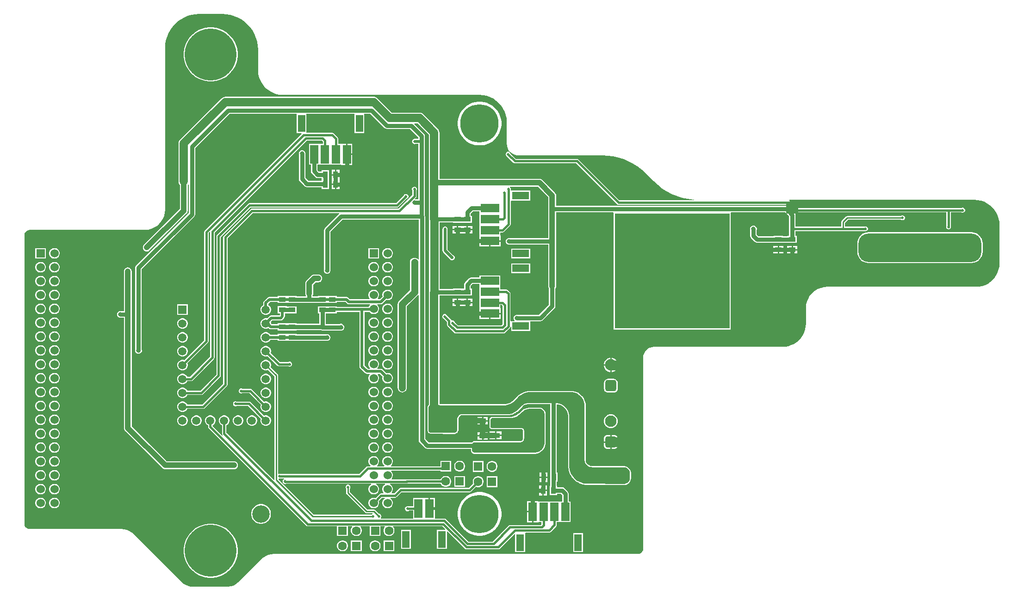
<source format=gbl>
G04*
G04 #@! TF.GenerationSoftware,Altium Limited,Altium Designer,21.3.2 (30)*
G04*
G04 Layer_Physical_Order=2*
G04 Layer_Color=16711680*
%FSTAX25Y25*%
%MOIN*%
G70*
G04*
G04 #@! TF.SameCoordinates,6DE20C06-5D1D-465E-9787-E79606FCF872*
G04*
G04*
G04 #@! TF.FilePolarity,Positive*
G04*
G01*
G75*
%ADD16C,0.01000*%
%ADD20R,0.05512X0.12205*%
%ADD21R,0.05906X0.13386*%
%ADD33R,0.05118X0.03543*%
%ADD34R,0.12205X0.05512*%
%ADD35R,0.13386X0.05906*%
%ADD77C,0.02000*%
%ADD78C,0.01500*%
%ADD79C,0.03000*%
%ADD80C,0.01968*%
%ADD81C,0.05000*%
%ADD82C,0.04000*%
%ADD84C,0.06000*%
%ADD87R,0.08661X0.08661*%
%ADD88R,0.82677X0.82677*%
%ADD89R,0.06299X0.06299*%
%ADD90C,0.06299*%
%ADD91R,0.05937X0.05937*%
%ADD92C,0.05937*%
%ADD93C,0.08268*%
G04:AMPARAMS|DCode=94|XSize=82.68mil|YSize=82.68mil|CornerRadius=20.67mil|HoleSize=0mil|Usage=FLASHONLY|Rotation=90.000|XOffset=0mil|YOffset=0mil|HoleType=Round|Shape=RoundedRectangle|*
%AMROUNDEDRECTD94*
21,1,0.08268,0.04134,0,0,90.0*
21,1,0.04134,0.08268,0,0,90.0*
1,1,0.04134,0.02067,0.02067*
1,1,0.04134,0.02067,-0.02067*
1,1,0.04134,-0.02067,-0.02067*
1,1,0.04134,-0.02067,0.02067*
%
%ADD94ROUNDEDRECTD94*%
%ADD95R,0.06024X0.06024*%
%ADD96C,0.06024*%
%ADD98C,0.12598*%
G04:AMPARAMS|DCode=99|XSize=885.83mil|YSize=204.72mil|CornerRadius=71.65mil|HoleSize=0mil|Usage=FLASHONLY|Rotation=180.000|XOffset=0mil|YOffset=0mil|HoleType=Round|Shape=RoundedRectangle|*
%AMROUNDEDRECTD99*
21,1,0.88583,0.06142,0,0,180.0*
21,1,0.74252,0.20472,0,0,180.0*
1,1,0.14331,-0.37126,0.03071*
1,1,0.14331,0.37126,0.03071*
1,1,0.14331,0.37126,-0.03071*
1,1,0.14331,-0.37126,-0.03071*
%
%ADD99ROUNDEDRECTD99*%
%ADD100C,0.37402*%
%ADD101C,0.03150*%
%ADD102C,0.02362*%
%ADD103C,0.01968*%
%ADD104C,0.02598*%
%ADD105R,0.03543X0.05118*%
%ADD106R,0.06496X0.03740*%
%ADD107R,0.06496X0.12992*%
%ADD108C,0.07000*%
%ADD109C,0.27559*%
G36*
X0172255Y0504792D02*
X0175093Y0504309D01*
X0177859Y0503512D01*
X0180519Y0502411D01*
X0183039Y0501018D01*
X0185387Y0499352D01*
X0187533Y0497434D01*
X0189452Y0495287D01*
X0191118Y0492939D01*
X0192511Y0490419D01*
X0193612Y0487759D01*
X0194409Y0484993D01*
X0194892Y0482155D01*
X0195051Y0479322D01*
X0195042Y047928D01*
Y046459D01*
X0195024D01*
X0195178Y0462237D01*
X0195638Y0459924D01*
X0196396Y0457691D01*
X0197439Y0455576D01*
X0198749Y0453615D01*
X0200304Y0451842D01*
X0202077Y0450287D01*
X0204038Y0448977D01*
X0206153Y0447934D01*
X0208386Y0447176D01*
X0210699Y0446716D01*
X0213052Y0446562D01*
Y044658D01*
X03547D01*
X0354746Y0446589D01*
X0357252Y0446425D01*
X0359761Y0445926D01*
X0362183Y0445104D01*
X0364477Y0443972D01*
X0366604Y0442551D01*
X0368527Y0440865D01*
X0370214Y0438942D01*
X0371635Y0436815D01*
X0372766Y0434521D01*
X0373588Y0432099D01*
X0374087Y042959D01*
X0374252Y0427084D01*
X0374242Y0427038D01*
Y04116D01*
X0374221D01*
X0374388Y0409907D01*
X0374882Y0408279D01*
X0375683Y0406778D01*
X0376763Y0405463D01*
X0378078Y0404384D01*
X0379579Y0403581D01*
X0381207Y0403088D01*
X03829Y0402921D01*
Y0402942D01*
X0417922Y0402942D01*
X0443366Y0402942D01*
X0443416Y0402952D01*
X0447196Y0402787D01*
X0450996Y0402287D01*
X0454739Y0401457D01*
X0458395Y0400305D01*
X0461936Y0398838D01*
X0465337Y0397068D01*
X0468569Y0395008D01*
X0471611Y0392674D01*
X04744Y0390119D01*
X0474428Y0390076D01*
X048018Y0384324D01*
X048018Y0384324D01*
X0480164Y0384308D01*
X0483104Y0381614D01*
X0486268Y0379186D01*
X0489631Y0377043D01*
X0493168Y0375202D01*
X0496852Y0373676D01*
X0500656Y0372477D01*
X0504549Y0371614D01*
X0508503Y0371093D01*
X0509087Y0371068D01*
X0509076Y0370567D01*
X0455349D01*
X0425908Y0400008D01*
X04254Y0400348D01*
X04248Y0400467D01*
X0380749D01*
X0376906Y0404311D01*
X0376702Y0404804D01*
X0376204Y0405302D01*
X0375552Y0405572D01*
X0374848D01*
X0374196Y0405302D01*
X0373698Y0404804D01*
X0373428Y0404152D01*
Y0403448D01*
X0373698Y0402796D01*
X0374196Y0402298D01*
X0374689Y0402094D01*
X0378992Y0397792D01*
X03795Y0397452D01*
X03801Y0397333D01*
X0424151D01*
X0453592Y0367892D01*
X04541Y0367552D01*
X04547Y0367432D01*
X0576551D01*
X0577601Y0366382D01*
X0577282Y0365994D01*
X0576592Y0366455D01*
X05757Y0366632D01*
X0409811D01*
Y03741D01*
X0409716Y0374828D01*
X0409435Y0375506D01*
X0408988Y0376088D01*
X0408988Y0376088D01*
X0399788Y0385288D01*
X0399206Y0385735D01*
X0398528Y0386016D01*
X03978Y0386111D01*
X03978Y0386111D01*
X032582D01*
Y04195D01*
X032569Y0420489D01*
X0325308Y042141D01*
X0324701Y0422201D01*
X0314201Y0432701D01*
X031341Y0433308D01*
X0312489Y043369D01*
X0311994Y0433755D01*
X03115Y043382D01*
X0291582D01*
X0281201Y0444201D01*
X028041Y0444808D01*
X0279489Y044519D01*
X0278994Y0445255D01*
X02785Y044532D01*
X01715D01*
X0170511Y044519D01*
X016959Y0444808D01*
X0168799Y0444201D01*
X0138899Y0414301D01*
X0138292Y041351D01*
X013791Y0412589D01*
X0137845Y0412094D01*
X013778Y04116D01*
Y03844D01*
X013791Y0383411D01*
X0138292Y038249D01*
X0138789Y0381842D01*
Y0364365D01*
X0113012Y0338588D01*
X0112565Y0338006D01*
X0112284Y0337328D01*
X0112188Y03366D01*
X0112284Y0335872D01*
X0112565Y0335194D01*
X0113012Y0334612D01*
X0113594Y0334165D01*
X0114272Y0333884D01*
X0115Y0333788D01*
X0115728Y0333884D01*
X0116406Y0334165D01*
X0116988Y0334612D01*
X0143588Y0361212D01*
X0143588Y0361212D01*
X0144035Y0361794D01*
X0144316Y0362472D01*
X0144412Y03632D01*
X0144411Y03632D01*
Y0381787D01*
X0144678Y0382032D01*
X0145168Y0381851D01*
Y0361466D01*
X0107351Y0323649D01*
X0106845Y0322892D01*
X0106668Y0322D01*
Y0262842D01*
X0106638Y026277D01*
Y026183D01*
X0106997Y0260962D01*
X0107662Y0260297D01*
X010853Y0259938D01*
X010947D01*
X0110338Y0260297D01*
X0111003Y0260962D01*
X0111362Y026183D01*
Y026277D01*
X0111332Y0262842D01*
Y0321034D01*
X0149149Y0358851D01*
X0149655Y0359608D01*
X0149832Y03605D01*
Y0408534D01*
X01745Y0433202D01*
X0222428D01*
X0222835Y0432976D01*
X0222835Y0432702D01*
Y0419197D01*
X0226296D01*
X0226341Y0419137D01*
X022648Y0418697D01*
X0156704Y0348921D01*
X0156364Y0348412D01*
X0156245Y0347813D01*
Y0269649D01*
X0142005Y0255409D01*
X0141181Y025563D01*
X0140192D01*
X0139237Y0255374D01*
X0138381Y0254879D01*
X0137681Y025418D01*
X0137187Y0253324D01*
X0136931Y0252368D01*
Y025138D01*
X0137187Y0250424D01*
X0137681Y0249568D01*
X0138381Y0248869D01*
X0139237Y0248374D01*
X0140192Y0248118D01*
X0141181D01*
X0142136Y0248374D01*
X0142993Y0248869D01*
X0143692Y0249568D01*
X0144187Y0250424D01*
X0144443Y025138D01*
Y0252368D01*
X0144222Y0253192D01*
X0158921Y0267892D01*
X0159261Y02684D01*
X015938Y0269D01*
Y0347163D01*
X0160133Y0347916D01*
X0160633Y0347709D01*
Y0257949D01*
X0146125Y0243442D01*
X0144119D01*
X0143692Y024418D01*
X0142993Y024488D01*
X0142136Y0245374D01*
X0141181Y024563D01*
X0140192D01*
X0139237Y0245374D01*
X0138381Y024488D01*
X0137681Y024418D01*
X0137187Y0243324D01*
X0136931Y0242369D01*
Y024138D01*
X0137187Y0240424D01*
X0137681Y0239568D01*
X0138381Y0238869D01*
X0139237Y0238374D01*
X0140192Y0238118D01*
X0141181D01*
X0142136Y0238374D01*
X0142993Y0238869D01*
X0143692Y0239568D01*
X0144119Y0240306D01*
X0146774D01*
X0147374Y0240426D01*
X0147882Y0240766D01*
X0163308Y0256192D01*
X0163648Y02567D01*
X0163768Y02573D01*
Y0347551D01*
X0230062Y0413845D01*
X0240838D01*
X024174Y0412944D01*
Y0411323D01*
X0239673D01*
X0239567Y0411323D01*
X0239173D01*
X0239067Y0411323D01*
X0231693D01*
Y0396362D01*
X0233101D01*
Y0391567D01*
X0233278Y0390674D01*
X0233784Y0389918D01*
X0236351Y0387351D01*
X0237107Y0386845D01*
X0238Y0386668D01*
X0240945D01*
Y0385654D01*
X0240945D01*
Y0385546D01*
X0240945D01*
Y0384832D01*
X0231266D01*
X0229132Y0386966D01*
Y0403858D01*
X0229162Y040393D01*
Y040487D01*
X0228803Y0405738D01*
X0228138Y0406403D01*
X022727Y0406762D01*
X022633D01*
X0225462Y0406403D01*
X0224797Y0405738D01*
X0224438Y040487D01*
Y040393D01*
X0224468Y0403858D01*
Y0386D01*
X0224645Y0385107D01*
X0225151Y0384351D01*
X0228651Y0380851D01*
X0229408Y0380345D01*
X02303Y0380168D01*
X0240945D01*
Y0378854D01*
X0246063D01*
Y0385546D01*
X0246063D01*
Y0385654D01*
X0246063D01*
Y0392347D01*
X0240945D01*
Y0391332D01*
X0238966D01*
X0237765Y0392533D01*
Y0396362D01*
X0239067D01*
X0239173Y0396362D01*
X0239567D01*
X0239673Y0396362D01*
X0247047D01*
Y0396362D01*
X0247441D01*
Y0396362D01*
X0254691Y0396362D01*
X0255102Y039615D01*
X0255333Y039615D01*
X0258555D01*
Y0403842D01*
Y0411535D01*
X0255333D01*
X0255102Y0411535D01*
X0254691Y0411323D01*
X0252749Y0411323D01*
Y0415119D01*
X0252629Y0415719D01*
X025229Y0416227D01*
X0249708Y0418808D01*
X02492Y0419148D01*
X02486Y0419268D01*
X0229921D01*
Y0432702D01*
X0229921Y0432976D01*
X0230328Y0433202D01*
X026416D01*
X0264567Y0432976D01*
X0264567Y0432702D01*
Y0419197D01*
X0271654D01*
Y0432702D01*
X0271654Y0432976D01*
X027206Y0433202D01*
X0275834D01*
X0286285Y0422751D01*
X0287041Y0422245D01*
X0287934Y0422068D01*
X0304634D01*
X0310668Y0416034D01*
Y0414922D01*
X03079D01*
X03079Y0414922D01*
X0307203Y0414784D01*
X0306611Y0414389D01*
X0306611Y0414389D01*
X0306511Y0414289D01*
X0306367Y0414072D01*
X0306298Y0414004D01*
X0306261Y0413914D01*
X0306116Y0413697D01*
X0306066Y0413442D01*
X0306028Y0413352D01*
Y0413255D01*
X0305978Y0413D01*
X0306028Y0412745D01*
Y0412648D01*
X0306066Y0412558D01*
X0306116Y0412303D01*
X0306261Y0412086D01*
X0306298Y0411996D01*
X0306367Y0411928D01*
X0306511Y0411711D01*
X0306728Y0411567D01*
X0306796Y0411498D01*
X0306886Y0411461D01*
X0307103Y0411316D01*
X0307358Y0411266D01*
X0307448Y0411228D01*
X0307545D01*
X03078Y0411178D01*
X0308055Y0411228D01*
X0308152D01*
X0308242Y0411266D01*
X0308303Y0411278D01*
X0310668D01*
Y0371232D01*
X0308542D01*
X030847Y0371262D01*
X0308186D01*
X0307979Y0371762D01*
X0308808Y0372592D01*
X0309148Y03731D01*
X0309267Y03737D01*
Y0377855D01*
X0309472Y0378348D01*
Y0379052D01*
X0309202Y0379704D01*
X0308704Y0380202D01*
X0308052Y0380472D01*
X0307348D01*
X0306696Y0380202D01*
X0306198Y0379704D01*
X0305928Y0379052D01*
Y0378348D01*
X0306133Y0377855D01*
Y0374349D01*
X0296351Y0364567D01*
X01905D01*
X01899Y0364448D01*
X0189392Y0364108D01*
X0170392Y0345108D01*
X0170052Y03446D01*
X0169932Y0344D01*
Y0238449D01*
X0154925Y0223442D01*
X0144119D01*
X0143692Y022418D01*
X0142993Y022488D01*
X0142136Y0225374D01*
X0141181Y022563D01*
X0140192D01*
X0139237Y0225374D01*
X0138381Y022488D01*
X0137681Y022418D01*
X0137187Y0223324D01*
X0136931Y0222369D01*
Y022138D01*
X0137187Y0220424D01*
X0137681Y0219568D01*
X0138381Y0218869D01*
X0139237Y0218374D01*
X0140192Y0218118D01*
X0141181D01*
X0142136Y0218374D01*
X0142993Y0218869D01*
X0143692Y0219568D01*
X0144119Y0220306D01*
X0155574D01*
X0156174Y0220426D01*
X0156682Y0220766D01*
X0172608Y0236692D01*
X0172948Y02372D01*
X0173067Y02378D01*
Y0343351D01*
X0191149Y0361433D01*
X0253623D01*
X0253775Y0360932D01*
X0253351Y0360649D01*
X0243251Y0350549D01*
X0242745Y0349793D01*
X0242568Y03489D01*
Y0320742D01*
X0242538Y032067D01*
Y031973D01*
X0242897Y0318862D01*
X0243562Y0318197D01*
X024443Y0317838D01*
X024537D01*
X0246238Y0318197D01*
X0246903Y0318862D01*
X0247262Y031973D01*
Y032067D01*
X0247232Y0320742D01*
Y0347934D01*
X0255966Y0356668D01*
X0310764D01*
Y0328129D01*
X0310264Y0327959D01*
X0310045Y0328245D01*
X0309358Y0328771D01*
X0308558Y0329103D01*
X03077Y0329216D01*
X0306842Y0329103D01*
X0306042Y0328771D01*
X0305355Y0328245D01*
X0304829Y0327558D01*
X0304497Y0326758D01*
X0304384Y03259D01*
Y0305673D01*
X0296655Y0297945D01*
X0296129Y0297258D01*
X0295797Y0296458D01*
X0295684Y02956D01*
Y02355D01*
X0295797Y0234642D01*
X0296129Y0233842D01*
X0296655Y0233155D01*
X0297342Y0232628D01*
X0298142Y0232297D01*
X0299Y0232184D01*
X0299858Y0232297D01*
X0300658Y0232628D01*
X0301345Y0233155D01*
X0301871Y0233842D01*
X0302203Y0234642D01*
X0302316Y02355D01*
Y0294227D01*
X0310045Y0301955D01*
X0310264Y0302241D01*
X0310764Y0302071D01*
Y0197704D01*
X0310941Y0196811D01*
X0311447Y0196055D01*
X0315351Y0192151D01*
X0316108Y0191645D01*
X0317Y0191468D01*
X0348497D01*
Y0190122D01*
X0348558Y0189815D01*
X0348848Y0189117D01*
X0349022Y0188856D01*
X0349556Y0188322D01*
X0349816Y0188147D01*
X0350515Y0187858D01*
X0350822Y0187797D01*
X0394739D01*
X0394816Y0187813D01*
X0394895D01*
X0396344Y0188101D01*
X0396417Y0188131D01*
X0396495Y0188146D01*
X039786Y0188712D01*
X0397926Y0188756D01*
X0397999Y0188786D01*
X0399227Y0189607D01*
X0399283Y0189663D01*
X0399349Y0189707D01*
X0400393Y0190751D01*
X0400437Y0190817D01*
X0400493Y0190873D01*
X0401314Y0192101D01*
X0401344Y0192174D01*
X0401388Y019224D01*
X0401954Y0193605D01*
X0401969Y0193683D01*
X0401999Y0193756D01*
X0402287Y0195205D01*
Y0195284D01*
X0402303Y0195361D01*
Y01961D01*
Y02164D01*
Y0216794D01*
X0402287Y0216872D01*
Y0216951D01*
X0402134Y0217723D01*
X0402103Y0217796D01*
X0402088Y0217874D01*
X0401787Y0218602D01*
X0401743Y0218668D01*
X0401712Y0218741D01*
X0401274Y0219396D01*
X0401219Y0219452D01*
X0401175Y0219517D01*
X0400618Y0220075D01*
X0400552Y0220119D01*
X0400496Y0220175D01*
X0399841Y0220612D01*
X0399768Y0220642D01*
X0399702Y0220687D01*
X0398974Y0220988D01*
X0398896Y0221003D01*
X0398823Y0221034D01*
X0398051Y0221187D01*
X0397972D01*
X0397894Y0221203D01*
X0390757D01*
X039068Y0221187D01*
X0390601D01*
X0388669Y0220803D01*
X0388596Y0220773D01*
X0388518Y0220757D01*
X0386698Y0220004D01*
X0386632Y021996D01*
X0386559Y0219929D01*
X0384922Y0218835D01*
X0384865Y0218779D01*
X03848Y0218735D01*
X0384103Y0218039D01*
X0384103Y0218039D01*
X0383275Y0217211D01*
X0382607Y0216604D01*
X0381091Y0215592D01*
X0379427Y0214903D01*
X037764Y0214547D01*
X0376738Y0214503D01*
X0363541D01*
X0363234Y0214442D01*
X0362756Y0214244D01*
X0362496Y021407D01*
X036213Y0213704D01*
X0361956Y0213444D01*
X0361758Y0212966D01*
X0361697Y0212659D01*
Y0207461D01*
X0361758Y0207154D01*
X0361941Y0206713D01*
X0362115Y0206453D01*
X0362115Y0206453D01*
X0362453Y0206115D01*
X0362713Y0205941D01*
X0363154Y0205758D01*
X0363461Y0205697D01*
X0384761D01*
X0384973Y0205676D01*
X0385401Y0205499D01*
X0385699Y0205201D01*
X0385876Y0204773D01*
X0385897Y0204561D01*
Y019912D01*
X0385887Y0198914D01*
X0385803Y0198492D01*
X0385646Y0198113D01*
X0385418Y0197772D01*
X0385128Y0197482D01*
X0384787Y0197254D01*
X0384408Y0197097D01*
X0383986Y0197013D01*
X038378Y0197003D01*
X0350822D01*
X0350515Y0196942D01*
X0349816Y0196652D01*
X0349556Y0196478D01*
X034921Y0196132D01*
X0317966D01*
X0315428Y019867D01*
Y0358904D01*
X0315332Y0359387D01*
Y03689D01*
Y04131D01*
Y0417D01*
X0315155Y0417893D01*
X0314649Y0418649D01*
X0307618Y042568D01*
X0307825Y042618D01*
X0309918D01*
X031818Y0417918D01*
Y03841D01*
Y0357D01*
X031829Y0356163D01*
Y0304837D01*
X031818Y0304D01*
Y0223227D01*
X0318026Y0223124D01*
X0318026Y0223124D01*
X0317576Y0222674D01*
X0317402Y0222413D01*
X0317158Y0221826D01*
X0317097Y0221518D01*
Y0204542D01*
X0317158Y0204235D01*
X0317432Y0203573D01*
X0317606Y0203313D01*
X0317606Y0203313D01*
X0318113Y0202806D01*
X0318373Y0202632D01*
X0319035Y0202358D01*
X0319342Y0202297D01*
X0319997D01*
X0336495Y0202197D01*
X0336498Y0202198D01*
X03365Y0202197D01*
X0336918D01*
X0337225Y0202258D01*
X0337997Y0202578D01*
X0338257Y0202752D01*
X0338848Y0203343D01*
X0339022Y0203603D01*
X0339342Y0204375D01*
X0339403Y0204682D01*
Y021288D01*
X0339416Y0213154D01*
X0339527Y0213711D01*
X0339737Y0214217D01*
X0340041Y0214672D01*
X0340428Y0215059D01*
X0340883Y0215364D01*
X0341389Y0215573D01*
X0341946Y0215684D01*
X034222Y0215697D01*
X0374858D01*
X0375843Y0215697D01*
X037592Y0215713D01*
X0375999D01*
X0377931Y0216097D01*
X0378004Y0216127D01*
X0378082Y0216143D01*
X0379902Y0216896D01*
X0379968Y021694D01*
X0380041Y021697D01*
X0381679Y0218065D01*
X0381734Y0218121D01*
X03818Y0218165D01*
X0382497Y0218861D01*
X0385454Y0221818D01*
X0385917Y0222238D01*
X038697Y0222942D01*
X0388123Y0223419D01*
X0389366Y0223667D01*
X0389989Y0223697D01*
X0405668Y0223697D01*
Y0174313D01*
X0405612D01*
Y016762D01*
X040569D01*
Y0164764D01*
X0405315D01*
Y0158071D01*
X0410433D01*
Y0159085D01*
X0413117D01*
X0414203Y0157999D01*
Y0153543D01*
X0412902D01*
X0412795Y0153543D01*
X0412402D01*
X0412295Y0153543D01*
X0404921D01*
Y0153543D01*
X0404528D01*
Y0153543D01*
X0397278Y0153543D01*
X0396866Y0153756D01*
X0396635Y0153756D01*
X0393413D01*
Y0146063D01*
Y013837D01*
X0396635D01*
X0396866Y013837D01*
X0397278Y0138583D01*
X039922Y0138583D01*
Y0136937D01*
X0398738Y0136455D01*
X0376687D01*
X0376087Y0136336D01*
X0375579Y0135996D01*
X0364051Y0124468D01*
X0346661D01*
X0337708Y013342D01*
X0337708Y013342D01*
X033042Y0140708D01*
X0329911Y0141048D01*
X0329312Y0141167D01*
X0322457D01*
Y0147925D01*
X0318504D01*
Y0148425D01*
X0318004D01*
Y0156118D01*
X0314551D01*
Y0156118D01*
X031437Y0155905D01*
X030689D01*
Y0150067D01*
X0303062D01*
X0303052Y0150072D01*
X0302348D01*
X0301696Y0149802D01*
X0301198Y0149304D01*
X0300928Y0148652D01*
Y0147948D01*
X0301198Y0147296D01*
X0301696Y0146798D01*
X0302348Y0146528D01*
X0303052D01*
X0303704Y0146798D01*
X0303838Y0146932D01*
X030689D01*
Y0141167D01*
X028368D01*
X0283473Y0141667D01*
X0283602Y0141796D01*
X0283872Y0142448D01*
Y0143152D01*
X0283602Y0143804D01*
X0283104Y0144302D01*
X0282452Y0144572D01*
X0282185D01*
X0279528Y0147228D01*
X0279102Y0147513D01*
X02786Y0147613D01*
X0273844D01*
X0261213Y0160244D01*
Y0162607D01*
X0261402Y0162796D01*
X0261672Y0163448D01*
Y0164152D01*
X0261402Y0164804D01*
X0260904Y0165302D01*
X0260252Y0165572D01*
X0259548D01*
X0258896Y0165302D01*
X0258398Y0164804D01*
X0258128Y0164152D01*
Y0163448D01*
X0258398Y0162796D01*
X0258587Y0162607D01*
Y01597D01*
X0258687Y0159198D01*
X0258972Y0158772D01*
X0272372Y0145372D01*
X0272798Y0145087D01*
X02733Y0144987D01*
X027755D01*
X027756Y0144972D01*
X0277366Y0144516D01*
X02773Y0144452D01*
X0276696Y0144202D01*
X0276507Y0144013D01*
X0235044D01*
X0209782Y0169274D01*
X0209809Y0169576D01*
X0210248Y0169928D01*
X0210952D01*
X0211445Y0170133D01*
X0213954D01*
X0214053Y0169632D01*
X0213496Y0169402D01*
X0212998Y0168904D01*
X0212728Y0168252D01*
Y0167548D01*
X0212998Y0166896D01*
X0213496Y0166398D01*
X0214148Y0166128D01*
X0214852D01*
X0215226Y0166283D01*
X0276517D01*
X0276651Y0165783D01*
X0276056Y016544D01*
X0275349Y0164733D01*
X0274849Y0163866D01*
X027459Y01629D01*
Y01619D01*
X0274849Y0160934D01*
X0275349Y0160067D01*
X0276056Y015936D01*
X0276922Y015886D01*
X0277889Y0158601D01*
X0278889D01*
X0279855Y015886D01*
X0280722Y015936D01*
X0281429Y0160067D01*
X0281929Y0160934D01*
X0282188Y01619D01*
Y01629D01*
X0281929Y0163866D01*
X0281429Y0164733D01*
X0280722Y016544D01*
X0280127Y0165783D01*
X0280261Y0166283D01*
X0286517D01*
X028665Y0165783D01*
X0286056Y016544D01*
X0285349Y0164733D01*
X0284849Y0163866D01*
X028459Y01629D01*
Y01619D01*
X0284849Y0160934D01*
X0285349Y0160067D01*
X0285649Y0159767D01*
X0285441Y0159267D01*
X0283689D01*
X0283089Y0159148D01*
X0282581Y0158808D01*
X0279743Y0155971D01*
X0278889Y0156199D01*
X0277889D01*
X0276922Y015594D01*
X0276056Y015544D01*
X0275349Y0154733D01*
X0274849Y0153866D01*
X027459Y01529D01*
Y01519D01*
X0274849Y0150934D01*
X0275349Y0150067D01*
X0276056Y014936D01*
X0276922Y014886D01*
X0277889Y0148601D01*
X0278889D01*
X0279855Y014886D01*
X0280722Y014936D01*
X0281429Y0150067D01*
X0281929Y0150934D01*
X0282188Y01519D01*
Y01529D01*
X028196Y0153754D01*
X0284338Y0156132D01*
X0286255D01*
X0286389Y0155632D01*
X0286056Y015544D01*
X0285349Y0154733D01*
X0284849Y0153866D01*
X028459Y01529D01*
Y01519D01*
X0284849Y0150934D01*
X0285349Y0150067D01*
X0286056Y014936D01*
X0286923Y014886D01*
X0287889Y0148601D01*
X0288889D01*
X0289855Y014886D01*
X0290722Y014936D01*
X0291429Y0150067D01*
X0291929Y0150934D01*
X0292188Y01519D01*
Y01529D01*
X0291929Y0153866D01*
X0291429Y0154733D01*
X0290722Y015544D01*
X0290389Y0155632D01*
X0290523Y0156132D01*
X02937D01*
X02943Y0156252D01*
X0294808Y0156592D01*
X0298349Y0160133D01*
X0347553D01*
X0348153Y0160252D01*
X0348661Y0160592D01*
X0352186Y0164117D01*
X0353134Y0163863D01*
X0354171D01*
X0355172Y0164131D01*
X035607Y016465D01*
X0356803Y0165383D01*
X0357322Y016628D01*
X035759Y0167282D01*
Y0168318D01*
X0357322Y016932D01*
X0356803Y0170217D01*
X035607Y017095D01*
X0355172Y0171469D01*
X0354171Y0171737D01*
X0353134D01*
X0352133Y0171469D01*
X0351235Y017095D01*
X0350502Y0170217D01*
X0349984Y016932D01*
X0349716Y0168318D01*
Y0167282D01*
X034997Y0166334D01*
X0346903Y0163268D01*
X02977D01*
X02971Y0163148D01*
X0296592Y0162808D01*
X0293051Y0159267D01*
X0291336D01*
X0291129Y0159767D01*
X0291429Y0160067D01*
X0291929Y0160934D01*
X0292188Y01619D01*
Y01629D01*
X0291929Y0163866D01*
X0291429Y0164733D01*
X0290722Y016544D01*
X0290127Y0165783D01*
X0290261Y0166283D01*
X0302269D01*
X0302517Y0166332D01*
X0326659D01*
X032715Y0165483D01*
X0327883Y016475D01*
X032878Y0164231D01*
X0329782Y0163963D01*
X0330818D01*
X033182Y0164231D01*
X0332717Y016475D01*
X033345Y0165483D01*
X0333969Y016638D01*
X0334237Y0167382D01*
Y0168418D01*
X0333969Y016942D01*
X033345Y0170317D01*
X0332717Y017105D01*
X033182Y0171569D01*
X0330818Y0171837D01*
X0329782D01*
X032878Y0171569D01*
X0327883Y017105D01*
X032715Y0170317D01*
X0326659Y0169467D01*
X0302318D01*
X0302071Y0169418D01*
X0291434D01*
X0291242Y016988D01*
X0291429Y0170067D01*
X0291929Y0170934D01*
X0292188Y01719D01*
Y01729D01*
X0291929Y0173866D01*
X0291429Y0174733D01*
X0290929Y0175233D01*
X0291137Y0175733D01*
X0326363D01*
Y0174963D01*
X0334237D01*
Y0182837D01*
X0326363D01*
Y0178867D01*
X0290835D01*
X0290732Y0179252D01*
X0290729Y0179367D01*
X0291429Y0180067D01*
X0291929Y0180934D01*
X0292188Y01819D01*
Y01829D01*
X0291929Y0183866D01*
X0291429Y0184733D01*
X0290722Y018544D01*
X0289855Y018594D01*
X0288889Y0186199D01*
X0287889D01*
X0286923Y018594D01*
X0286056Y018544D01*
X0285349Y0184733D01*
X0284849Y0183866D01*
X028459Y01829D01*
Y01819D01*
X0284849Y0180934D01*
X0285349Y0180067D01*
X0286049Y0179367D01*
X0286046Y0179252D01*
X0285943Y0178867D01*
X0280835D01*
X0280732Y0179252D01*
X0280729Y0179367D01*
X0281429Y0180067D01*
X0281929Y0180934D01*
X0282188Y01819D01*
Y01829D01*
X0281929Y0183866D01*
X0281429Y0184733D01*
X0280722Y018544D01*
X0279855Y018594D01*
X0278889Y0186199D01*
X0277889D01*
X0276922Y018594D01*
X0276056Y018544D01*
X0275349Y0184733D01*
X0274849Y0183866D01*
X027459Y01829D01*
Y01819D01*
X0274849Y0180934D01*
X0275349Y0180067D01*
X0276049Y0179367D01*
X0276046Y0179252D01*
X0275943Y0178867D01*
X02741D01*
X02735Y0178748D01*
X0272992Y0178408D01*
X0267851Y0173267D01*
X0211445D01*
X0210952Y0173472D01*
X0210248D01*
X0210013Y0173374D01*
X0209513Y0173708D01*
Y0244361D01*
X0209413Y0244863D01*
X0209128Y0245289D01*
X0204116Y0250301D01*
X0204187Y0250424D01*
X0204443Y025138D01*
Y0252368D01*
X0204187Y0253324D01*
X0203692Y025418D01*
X0202993Y0254879D01*
X0202136Y0255374D01*
X0201181Y025563D01*
X0200192D01*
X0199237Y0255374D01*
X019838Y0254879D01*
X0197681Y025418D01*
X0197187Y0253324D01*
X0196931Y0252368D01*
Y025138D01*
X0197187Y0250424D01*
X0197681Y0249568D01*
X019838Y0248869D01*
X0199237Y0248374D01*
X0200192Y0248118D01*
X0201181D01*
X0202136Y0248374D01*
X0202259Y0248445D01*
X0206887Y0243817D01*
Y0169237D01*
X0206387Y0169029D01*
X0172254Y0203163D01*
Y0208442D01*
X0172993Y0208869D01*
X0173692Y0209568D01*
X0174187Y0210424D01*
X0174443Y021138D01*
Y0212368D01*
X0174187Y0213324D01*
X0173692Y021418D01*
X0172993Y0214879D01*
X0172136Y0215374D01*
X0171181Y021563D01*
X0170192D01*
X0169237Y0215374D01*
X016838Y0214879D01*
X0167681Y021418D01*
X0167187Y0213324D01*
X0166931Y0212368D01*
Y021138D01*
X0167187Y0210424D01*
X0167681Y0209568D01*
X016838Y0208869D01*
X0169119Y0208442D01*
Y0202513D01*
X0169238Y0201913D01*
X0169496Y0201528D01*
X0169108Y0201209D01*
X0162331Y0207986D01*
X0162376Y0208512D01*
X0162993Y0208869D01*
X0163692Y0209568D01*
X0164187Y0210424D01*
X0164443Y021138D01*
Y0212368D01*
X0164187Y0213324D01*
X0163692Y021418D01*
X0162993Y0214879D01*
X0162136Y0215374D01*
X0161181Y021563D01*
X0160192D01*
X0159237Y0215374D01*
X015838Y0214879D01*
X0157681Y021418D01*
X0157187Y0213324D01*
X0156931Y0212368D01*
Y021138D01*
X0157187Y0210424D01*
X0157681Y0209568D01*
X015838Y0208869D01*
X0159119Y0208442D01*
Y0207413D01*
X0159239Y0206814D01*
X0159578Y0206305D01*
X0229805Y0136079D01*
X0230313Y0135739D01*
X0230913Y0135619D01*
X0251963D01*
Y0128563D01*
X0259837D01*
Y0135619D01*
X0262799D01*
X026299Y0135158D01*
X026275Y0134917D01*
X0262231Y013402D01*
X0261963Y0133018D01*
Y0131982D01*
X0262231Y013098D01*
X026275Y0130083D01*
X0263483Y012935D01*
X026438Y0128831D01*
X0265382Y0128563D01*
X0266418D01*
X026742Y0128831D01*
X0268317Y012935D01*
X026905Y0130083D01*
X0269569Y013098D01*
X0269837Y0131982D01*
Y0133018D01*
X0269569Y013402D01*
X026905Y0134917D01*
X026881Y0135158D01*
X0269002Y0135619D01*
X0275463D01*
Y0128563D01*
X0283337D01*
Y0135619D01*
X0286298D01*
X028649Y0135158D01*
X028625Y0134917D01*
X0285731Y013402D01*
X0285463Y0133018D01*
Y0131982D01*
X0285731Y013098D01*
X028625Y0130083D01*
X0286983Y012935D01*
X028788Y0128831D01*
X0288882Y0128563D01*
X0289918D01*
X029092Y0128831D01*
X0291817Y012935D01*
X029255Y0130083D01*
X0293069Y013098D01*
X0293337Y0131982D01*
Y0133018D01*
X0293069Y013402D01*
X029255Y0134917D01*
X029231Y0135158D01*
X0292501Y0135619D01*
X032784D01*
X0329927Y0133533D01*
X0329736Y0133071D01*
X0324016D01*
Y0119291D01*
X0331102D01*
Y0131704D01*
X0331564Y0131896D01*
X0343968Y0119492D01*
X0344477Y0119152D01*
X0345077Y0119033D01*
X03681D01*
X03687Y0119152D01*
X0369208Y0119492D01*
X0379853Y0130136D01*
X0380315Y0129945D01*
Y0116929D01*
X0387402D01*
Y0130709D01*
X0387768Y0131033D01*
X04047D01*
X04053Y0131152D01*
X0405808Y0131492D01*
X040977Y0135453D01*
X041011Y0135962D01*
X0410229Y0136561D01*
Y0138583D01*
X0412295D01*
X0412402Y0138583D01*
X0412795D01*
X0412902Y0138583D01*
X0420276D01*
Y0153543D01*
X0418868D01*
Y0158965D01*
X041869Y0159857D01*
X0418185Y0160614D01*
X0415732Y0163066D01*
X0414975Y0163572D01*
X0414083Y016375D01*
X0410433D01*
Y0164764D01*
X0410355D01*
Y016762D01*
X041073D01*
Y0174313D01*
X0410332D01*
Y0223231D01*
X0410719Y0223548D01*
X0411977Y0223297D01*
X0413642Y0222608D01*
X041514Y0221606D01*
X0416415Y0220332D01*
X0417416Y0218834D01*
X0418106Y0217169D01*
X0418461Y0215382D01*
X0418505Y021448D01*
Y0179192D01*
X0418505Y0178347D01*
X0418516Y0178295D01*
X0418512Y0178242D01*
X0418733Y0176566D01*
X041875Y0176516D01*
X0418753Y0176463D01*
X0419191Y0174831D01*
X0419214Y0174784D01*
X0419225Y0174732D01*
X0419871Y017317D01*
X0419901Y0173126D01*
X0419918Y0173076D01*
X0420763Y0171613D01*
X0420798Y0171573D01*
X0420821Y0171525D01*
X042185Y0170185D01*
X042189Y017015D01*
X0421919Y0170106D01*
X0423114Y0168911D01*
X0423158Y0168881D01*
X0423193Y0168841D01*
X0424534Y0167813D01*
X0424581Y0167789D01*
X0424621Y0167754D01*
X0426085Y0166909D01*
X0426135Y0166892D01*
X0426179Y0166863D01*
X042774Y0166216D01*
X0427792Y0166206D01*
X0427839Y0166182D01*
X0429472Y0165745D01*
X0429525Y0165742D01*
X0429575Y0165725D01*
X043125Y0165504D01*
X0431303Y0165507D01*
X0431355Y0165497D01*
X0432197Y0165497D01*
X0458594Y0165297D01*
X0458607Y01653D01*
X045862Y0165297D01*
X0459115Y016531D01*
X0459182Y0165325D01*
X0459251D01*
X046004Y0165482D01*
X0460113Y0165512D01*
X0460191Y0165527D01*
X0460991Y0165859D01*
X0461057Y0165903D01*
X046113Y0165933D01*
X0461851Y0166415D01*
X0461907Y0166471D01*
X0461973Y0166515D01*
X0462585Y0167127D01*
X0462629Y0167193D01*
X0462685Y0167249D01*
X0463167Y016797D01*
X0463197Y0168043D01*
X0463241Y0168108D01*
X0463573Y0168909D01*
X0463588Y0168987D01*
X0463618Y016906D01*
X0463787Y016991D01*
Y0169989D01*
X0463803Y0170067D01*
X0463803Y01705D01*
X0463803Y01738D01*
X0463803Y01738D01*
Y0173801D01*
X0463802Y0173806D01*
X0463803Y0173811D01*
X0463797Y0174273D01*
X0463782Y0174345D01*
Y0174419D01*
X0463618Y017524D01*
X0463588Y0175313D01*
X0463573Y0175391D01*
X0463241Y0176191D01*
X0463197Y0176257D01*
X0463167Y017633D01*
X0462685Y0177051D01*
X0462629Y0177107D01*
X0462585Y0177173D01*
X0461973Y0177785D01*
X0461907Y0177829D01*
X0461851Y0177885D01*
X046113Y0178367D01*
X0461057Y0178397D01*
X0460991Y0178441D01*
X0460191Y0178773D01*
X0460113Y0178788D01*
X046004Y0178818D01*
X045919Y0178987D01*
X0459111D01*
X0459033Y0179003D01*
X04586Y0179003D01*
X043592Y0179003D01*
X043545Y0179026D01*
X0434509Y0179213D01*
X043364Y0179573D01*
X0432859Y0180095D01*
X0432195Y0180759D01*
X0431673Y0181541D01*
X0431313Y0182409D01*
X0431126Y018335D01*
X0431103Y018382D01*
Y02224D01*
X0431103Y02224D01*
X0431103Y0223385D01*
X0431087Y0223462D01*
Y0223541D01*
X0430703Y0225473D01*
X0430673Y0225547D01*
X0430657Y0225624D01*
X0429904Y0227444D01*
X042986Y022751D01*
X0429829Y0227583D01*
X0428735Y0229221D01*
X0428679Y0229277D01*
X0428635Y0229342D01*
X0427242Y0230735D01*
X0427177Y0230779D01*
X0427121Y0230835D01*
X0425483Y0231929D01*
X042541Y023196D01*
X0425344Y0232004D01*
X0423524Y0232757D01*
X0423447Y0232773D01*
X0423374Y0232803D01*
X0421442Y0233187D01*
X0421362D01*
X0421285Y0233203D01*
X04203Y0233203D01*
X0391587Y0233203D01*
X0391587Y0233203D01*
X0390936Y0233203D01*
X0390897Y0233195D01*
X0390858Y0233199D01*
X0389562Y0233071D01*
X0389524Y023306D01*
X0389484D01*
X0388208Y0232806D01*
X0388171Y0232791D01*
X0388131Y0232787D01*
X0386886Y0232409D01*
X0386851Y023239D01*
X0386812Y0232382D01*
X0385609Y0231884D01*
X0385576Y0231862D01*
X0385538Y0231851D01*
X038439Y0231237D01*
X0384359Y0231212D01*
X0384323Y0231197D01*
X038324Y0230474D01*
X0383212Y0230445D01*
X0383177Y0230427D01*
X0382171Y0229601D01*
X0382146Y022957D01*
X0382113Y0229548D01*
X0381652Y0229088D01*
X0381652Y0229088D01*
X0378875Y0226311D01*
X0378206Y0225705D01*
X0376692Y0224692D01*
X0375026Y0224003D01*
X0373239Y0223647D01*
X0372338Y0223603D01*
X0326199D01*
X0325989Y022369D01*
X032582Y0223712D01*
Y0302195D01*
X033542D01*
Y0301969D01*
X0342113D01*
Y0301969D01*
X0342475D01*
Y0301969D01*
X0349168D01*
Y0307087D01*
X0348153D01*
Y0308855D01*
X0349564Y0310266D01*
X0354583D01*
Y0308965D01*
X0354583Y0308858D01*
Y0308465D01*
X0354583Y0308358D01*
Y0300984D01*
X0354583D01*
Y030059D01*
X0354583D01*
X0354583Y0293341D01*
X035437Y0292929D01*
X035437Y0292698D01*
Y0289476D01*
X0362063D01*
X0369756D01*
Y0292698D01*
X0369756Y0292929D01*
X0369543Y0293341D01*
X0369543Y0295283D01*
X03704D01*
X0371233Y0294451D01*
Y0281249D01*
X0370451Y0280468D01*
X0339149D01*
X0336906Y0282711D01*
X0336702Y0283204D01*
X0336204Y0283702D01*
X0335552Y0283972D01*
X0334848D01*
X0334735Y0283925D01*
X0334165Y028423D01*
X0334126Y0284421D01*
X0333787Y028493D01*
X0331348Y0287368D01*
X0331144Y0287861D01*
X0330646Y0288359D01*
X0329995Y0288629D01*
X032929D01*
X0328639Y0288359D01*
X032814Y0287861D01*
X0327871Y028721D01*
Y0286505D01*
X032814Y0285854D01*
X0328639Y0285355D01*
X0329132Y0285151D01*
X0331111Y0283172D01*
Y0281155D01*
X033123Y0280556D01*
X033157Y0280047D01*
X0336425Y0275192D01*
X0336934Y0274852D01*
X0337534Y0274732D01*
X0372D01*
X03726Y0274852D01*
X0373108Y0275192D01*
X0376508Y0278592D01*
X0376848Y02791D01*
X0376917Y0279448D01*
X0377417Y0279398D01*
Y0276378D01*
X0391197D01*
Y0283465D01*
X0391695Y0283468D01*
X03984D01*
X0399292Y0283645D01*
X0400049Y0284151D01*
X0408649Y0292751D01*
X0409155Y0293508D01*
X0409332Y02944D01*
Y0307161D01*
X0409435Y0307294D01*
X0409716Y0307972D01*
X0409811Y03087D01*
Y0341D01*
Y0361968D01*
X0450897D01*
X0451281Y0361687D01*
X0451281Y0361468D01*
Y0277435D01*
X0535533D01*
Y0361468D01*
X0535533Y0361687D01*
X0535917Y0361968D01*
X0574734D01*
X0577668Y0359034D01*
Y0351403D01*
X0577568Y03509D01*
Y0345079D01*
X0576553D01*
Y0344852D01*
X0573246D01*
Y0345079D01*
X0566553D01*
Y0344852D01*
X0555446D01*
X0554332Y0345966D01*
Y0349458D01*
X0554362Y034953D01*
Y035047D01*
X0554003Y0351338D01*
X0553338Y0352003D01*
X055247Y0352362D01*
X055153D01*
X0550662Y0352003D01*
X0549997Y0351338D01*
X0549638Y035047D01*
Y034953D01*
X0549668Y0349458D01*
Y0345D01*
X0549845Y0344108D01*
X0550351Y0343351D01*
X0552831Y0340871D01*
X0553588Y0340365D01*
X055448Y0340188D01*
X0566553D01*
Y0339961D01*
X0573246D01*
Y0340188D01*
X0576553D01*
Y0339961D01*
X0583247D01*
Y0345079D01*
X0582232D01*
Y0348533D01*
X0631755D01*
X0632248Y0348328D01*
X0632952D01*
X0633604Y0348598D01*
X0634102Y0349096D01*
X0634372Y0349748D01*
Y0350452D01*
X0634102Y0351104D01*
X0633604Y0351602D01*
X0632952Y0351872D01*
X0632248D01*
X0631755Y0351667D01*
X0617813D01*
Y0354356D01*
X0620144Y0356687D01*
X0658107D01*
X0658296Y0356498D01*
X0658948Y0356228D01*
X0659652D01*
X0660304Y0356498D01*
X0660802Y0356996D01*
X0661072Y0357648D01*
Y0358352D01*
X0660802Y0359004D01*
X0660304Y0359502D01*
X0659652Y0359772D01*
X0658948D01*
X0658296Y0359502D01*
X0658107Y0359313D01*
X06196D01*
X0619098Y0359213D01*
X0618672Y0358928D01*
X0615572Y0355828D01*
X0615287Y0355402D01*
X0615187Y03549D01*
Y0351667D01*
X0582332D01*
Y036D01*
X0582155Y0360893D01*
X0581649Y0361649D01*
X058134Y0361959D01*
X0581658Y0362347D01*
X05821Y0362052D01*
X05827Y0361932D01*
X0690933D01*
Y0352345D01*
X0690728Y0351852D01*
Y0351148D01*
X0690998Y0350496D01*
X0691496Y0349998D01*
X0692148Y0349728D01*
X0692852D01*
X0693504Y0349998D01*
X0694002Y0350496D01*
X0694272Y0351148D01*
Y0351852D01*
X0694067Y0352345D01*
Y0361932D01*
X0701755D01*
X0702248Y0361728D01*
X0702952D01*
X0703604Y0361998D01*
X0704102Y0362496D01*
X0704372Y0363148D01*
Y0363852D01*
X0704102Y0364504D01*
X0703604Y0365002D01*
X0702952Y0365272D01*
X0702248D01*
X0701755Y0365068D01*
X0583349D01*
X0578308Y0370108D01*
X05778Y0370448D01*
X0577879Y0370942D01*
X07111D01*
X0711135Y0370949D01*
X0713469Y0370796D01*
X0715798Y0370333D01*
X0718046Y036957D01*
X0720176Y036852D01*
X072215Y03672D01*
X0723935Y0365635D01*
X07255Y036385D01*
X072682Y0361876D01*
X072787Y0359746D01*
X0728633Y0357498D01*
X0729096Y0355169D01*
X0729249Y0352835D01*
X0729242Y03528D01*
Y0325283D01*
X0729247Y0325258D01*
X0729103Y032306D01*
X0728669Y0320875D01*
X0727953Y0318765D01*
X0726967Y0316767D01*
X0725729Y0314915D01*
X072426Y031324D01*
X0722585Y0311771D01*
X0720733Y0310533D01*
X0718735Y0309547D01*
X0716625Y0308831D01*
X071444Y0308397D01*
X0712242Y0308253D01*
X0712217Y0308258D01*
X0605158D01*
Y0308285D01*
X0602742Y0308095D01*
X0600386Y0307529D01*
X0598147Y0306602D01*
X0596081Y0305336D01*
X0594238Y0303762D01*
X0592664Y0301919D01*
X0591398Y0299853D01*
X0590471Y0297614D01*
X0589905Y0295257D01*
X0589715Y0292842D01*
X0589742D01*
Y02818D01*
X0589747Y0281776D01*
X0589605Y0279601D01*
X0589175Y0277439D01*
X0588466Y0275352D01*
X0587491Y0273376D01*
X0586267Y0271543D01*
X0584814Y0269886D01*
X0583157Y0268433D01*
X0581324Y0267209D01*
X0579348Y0266234D01*
X0577261Y0265525D01*
X0575099Y0265095D01*
X0572924Y0264953D01*
X05729Y0264958D01*
X04901Y0264958D01*
X048025D01*
Y0264975D01*
X0478743Y0264826D01*
X0477294Y0264387D01*
X0475958Y0263673D01*
X0474788Y0262712D01*
X0473827Y0261542D01*
X0473113Y0260206D01*
X0472674Y0258757D01*
X0472525Y025725D01*
X0472542D01*
Y01195D01*
X0472545Y0119488D01*
X0472412Y0118479D01*
X0472018Y0117527D01*
X047139Y0116709D01*
X0470573Y0116082D01*
X0469621Y0115688D01*
X0468612Y0115555D01*
X04686Y0115558D01*
X02065D01*
Y0115578D01*
X0204443Y0115416D01*
X0202437Y0114934D01*
X0200531Y0114145D01*
X0198771Y0113067D01*
X0197202Y0111727D01*
X0197217Y0111712D01*
X0181471Y0095966D01*
X0180505Y0095001D01*
X0180469Y0094947D01*
X0178993Y0093735D01*
X0177252Y0092805D01*
X0175364Y0092232D01*
X0173463Y0092045D01*
X01734Y0092058D01*
X0148D01*
X0147985Y0092055D01*
X0146276Y0092189D01*
X0144595Y0092593D01*
X0142998Y0093254D01*
X0141524Y0094158D01*
X0140221Y009527D01*
X0140212Y0095284D01*
X0105783Y0129712D01*
X0105798Y0129727D01*
X0104229Y0131067D01*
X010247Y0132145D01*
X0100563Y0132934D01*
X0098557Y0133416D01*
X00965Y0133578D01*
Y0133558D01*
X00307D01*
X0030688Y0133555D01*
X0029679Y0133688D01*
X0028727Y0134082D01*
X0027909Y013471D01*
X0027282Y0135527D01*
X0026888Y0136479D01*
X0026755Y0137488D01*
X0026758Y01375D01*
Y01424D01*
Y03455D01*
X0026756Y034551D01*
X0026886Y0346495D01*
X002727Y0347423D01*
X0027881Y0348219D01*
X0028677Y034883D01*
X0029605Y0349215D01*
X003059Y0349344D01*
X00306Y0349342D01*
X0113525D01*
Y0349318D01*
X0115802Y0349497D01*
X0118024Y035003D01*
X0120134Y0350904D01*
X0122082Y0352098D01*
X0123819Y0353581D01*
X0125302Y0355318D01*
X0126496Y0357266D01*
X012737Y0359377D01*
X0127903Y0361598D01*
X0128082Y0363875D01*
X0128058D01*
Y0480289D01*
X0128051Y0480325D01*
X0128204Y0483051D01*
X0128667Y0485777D01*
X0129432Y0488435D01*
X0130491Y049099D01*
X0131829Y049341D01*
X0133429Y0495666D01*
X0135272Y0497728D01*
X0137334Y0499571D01*
X013959Y0501171D01*
X014201Y0502509D01*
X0144565Y0503568D01*
X0147223Y0504333D01*
X0149949Y0504796D01*
X0152675Y0504949D01*
X0152711Y0504942D01*
X016938D01*
X0169422Y0504951D01*
X0172255Y0504792D01*
D02*
G37*
G36*
X0404188Y0372936D02*
Y03643D01*
Y0343332D01*
X0376542D01*
X037647Y0343362D01*
X037553D01*
X0374662Y0343003D01*
X0373997Y0342338D01*
X0373638Y034147D01*
Y034053D01*
X0373997Y0339662D01*
X0374662Y0338997D01*
X037553Y0338638D01*
X037647D01*
X0376542Y0338668D01*
X0404188D01*
Y03087D01*
X0404284Y0307972D01*
X0404565Y0307294D01*
X0404668Y0307161D01*
Y0295366D01*
X0397434Y0288132D01*
X0382042D01*
X038197Y0288162D01*
X038103D01*
X0380162Y0287803D01*
X0379497Y0287138D01*
X0379138Y028627D01*
Y028533D01*
X0379497Y0284462D01*
X0379995Y0283964D01*
X0379788Y0283465D01*
X0377467D01*
X0377417Y0283465D01*
X0376968Y0283586D01*
Y03033D01*
X0376848Y03039D01*
X0376508Y0304408D01*
X0375084Y0305833D01*
X0374575Y0306173D01*
X0373976Y0306292D01*
X0369543D01*
Y0308358D01*
X0369543Y0308465D01*
Y0308858D01*
X0369543Y0308965D01*
Y0316339D01*
X0354583D01*
Y0314931D01*
X0348598D01*
X0347706Y0314753D01*
X0346949Y0314247D01*
X0344172Y031147D01*
X0343667Y0310714D01*
X0343489Y0309821D01*
Y0307087D01*
X0342475D01*
Y0307087D01*
X0342113D01*
Y0307087D01*
X033542D01*
Y030686D01*
X032593D01*
Y0354557D01*
X033542D01*
Y0354331D01*
X0342113D01*
Y0354331D01*
X0342475D01*
Y0354331D01*
X0349168D01*
Y0359449D01*
X0348332D01*
Y0361034D01*
X0349927Y0362628D01*
X0354583D01*
Y0361327D01*
X0354583Y0361221D01*
Y0360827D01*
X0354583Y036072D01*
Y0353346D01*
X0354583D01*
Y0352953D01*
X0354583D01*
X0354583Y0345703D01*
X035437Y0345291D01*
X035437Y034506D01*
Y0341839D01*
X0362063D01*
X0369756D01*
Y034506D01*
X0369756Y0345291D01*
X0369543Y0345703D01*
X0369543Y0347533D01*
X03712D01*
X03718Y0347652D01*
X0372308Y0347992D01*
X0376621Y0352304D01*
X037696Y0352812D01*
X037708Y0353412D01*
Y0370112D01*
X0377417Y0370472D01*
X037758Y0370473D01*
X0391197D01*
Y0377559D01*
X037758D01*
X0377417Y0377559D01*
X037708Y0377919D01*
Y0378026D01*
X0377172Y0378248D01*
Y0378952D01*
X0376902Y0379604D01*
X0376517Y0379989D01*
X0376677Y0380488D01*
X0396635D01*
X0404188Y0372936D01*
D02*
G37*
G36*
X04203Y02324D02*
X0421285Y02324D01*
X0423217Y0232016D01*
X0425037Y0231262D01*
X0426675Y0230168D01*
X0428067Y0228775D01*
X0429162Y0227137D01*
X0429916Y0225317D01*
X04303Y0223385D01*
X04303Y02224D01*
X04303D01*
X04303Y02224D01*
Y01838D01*
X0430327Y0183251D01*
X0430541Y0182174D01*
X0430961Y018116D01*
X0431571Y0180247D01*
X0432347Y0179471D01*
X043326Y0178861D01*
X0434274Y0178441D01*
X0435351Y0178227D01*
X04359Y01782D01*
X04586Y01782D01*
X0459033Y01782D01*
X0459883Y0178031D01*
X0460684Y0177699D01*
X0461405Y0177218D01*
X0462018Y0176605D01*
X0462499Y0175884D01*
X0462831Y0175083D01*
X0462994Y0174263D01*
X0463Y0173801D01*
Y01738D01*
X0463D01*
X0463Y01738D01*
X0463Y01705D01*
X0463Y0170067D01*
X0462831Y0169217D01*
X0462499Y0168416D01*
X0462018Y0167695D01*
X0461405Y0167082D01*
X0460684Y0166601D01*
X0459883Y0166269D01*
X0459095Y0166112D01*
X04586Y01661D01*
X04586Y01661D01*
X04322Y01663D01*
X0431355Y01663D01*
X0429679Y0166521D01*
X0428047Y0166958D01*
X0426486Y0167605D01*
X0425022Y016845D01*
X0423682Y0169478D01*
X0422487Y0170673D01*
X0421458Y0172014D01*
X0420613Y0173478D01*
X0419966Y0175039D01*
X0419529Y0176671D01*
X0419308Y0178347D01*
X0419308Y0179192D01*
Y02145D01*
X041926Y021548D01*
X0418878Y0217403D01*
X0418127Y0219214D01*
X0417038Y0220844D01*
X0415652Y022223D01*
X0414022Y0223319D01*
X0412211Y0224069D01*
X0410288Y0224452D01*
X0409308Y02245D01*
X038997Y02245D01*
X0389267Y0224465D01*
X0387889Y0224191D01*
X038659Y0223653D01*
X0385421Y0222872D01*
X03849Y02224D01*
X0381929Y0219429D01*
X0381233Y0218733D01*
X0379595Y0217638D01*
X0377775Y0216884D01*
X0375843Y02165D01*
X0374858Y02165D01*
X03422D01*
X0341847Y0216483D01*
X0341155Y0216345D01*
X0340503Y0216075D01*
X0339916Y0215683D01*
X0339417Y0215184D01*
X0339025Y0214597D01*
X0338755Y0213945D01*
X0338617Y0213253D01*
X03386Y02129D01*
Y0204682D01*
X033828Y020391D01*
X033769Y020332D01*
X0336918Y0203D01*
X03365D01*
X032Y02031D01*
X0319342D01*
X031868Y0203374D01*
X0318174Y020388D01*
X03179Y0204542D01*
Y0221518D01*
X0318144Y0222106D01*
X0318594Y0222556D01*
X0319182Y02228D01*
X0372358D01*
X0373338Y0222848D01*
X0375261Y0223231D01*
X0377072Y0223981D01*
X0378702Y022507D01*
X0379429Y0225729D01*
X0379429Y0225729D01*
X038222Y022852D01*
X038268Y022898D01*
X0383686Y0229806D01*
X0384769Y0230529D01*
X0385916Y0231143D01*
X0387119Y0231641D01*
X0388365Y0232018D01*
X0389641Y0232272D01*
X0390936Y02324D01*
X0391587Y02324D01*
X0391587Y02324D01*
X04203Y02324D01*
D02*
G37*
G36*
X0398667Y0220246D02*
X0399395Y0219945D01*
X040005Y0219507D01*
X0400607Y021895D01*
X0401045Y0218295D01*
X0401346Y0217567D01*
X04015Y0216794D01*
Y02164D01*
Y01961D01*
Y0195361D01*
X0401212Y0193912D01*
X0400646Y0192547D01*
X0399826Y0191319D01*
X0398781Y0190274D01*
X0397553Y0189454D01*
X0396188Y0188888D01*
X0394739Y01886D01*
X0350822D01*
X0350124Y0188889D01*
X0349589Y0189424D01*
X03493Y0190122D01*
Y01905D01*
Y01943D01*
Y0194678D01*
X0349589Y0195376D01*
X0350124Y0195911D01*
X0350822Y01962D01*
X03838D01*
X0384084Y0196214D01*
X0384642Y0196325D01*
X0385167Y0196542D01*
X038564Y0196858D01*
X0386042Y019726D01*
X0386358Y0197733D01*
X0386575Y0198258D01*
X0386686Y0198816D01*
X03867Y01991D01*
Y02046D01*
X0386664Y0204971D01*
X038638Y0205656D01*
X0385856Y020618D01*
X0385171Y0206464D01*
X03848Y02065D01*
X0363461D01*
X036302Y0206683D01*
X0362683Y020702D01*
X03625Y0207461D01*
Y02077D01*
Y02124D01*
Y0212659D01*
X0362698Y0213136D01*
X0363064Y0213502D01*
X0363541Y02137D01*
X0376758D01*
X0377738Y0213748D01*
X0379661Y0214131D01*
X0381472Y0214881D01*
X0383102Y021597D01*
X0383829Y0216629D01*
X0383829D01*
X0384671Y0217471D01*
X0385367Y0218167D01*
X0387005Y0219262D01*
X0388825Y0220016D01*
X0390757Y02204D01*
X0397894D01*
X0398667Y0220246D01*
D02*
G37*
%LPC*%
G36*
X0162262Y0495256D02*
X0159707D01*
X0157174Y0494922D01*
X0154707Y0494261D01*
X0152346Y0493284D01*
X0150134Y0492006D01*
X0148107Y0490451D01*
X0146301Y0488645D01*
X0144746Y0486618D01*
X0143468Y0484406D01*
X0142491Y0482045D01*
X014183Y0479578D01*
X0141496Y0477045D01*
Y047449D01*
X014183Y0471958D01*
X0142491Y046949D01*
X0143468Y046713D01*
X0144746Y0464917D01*
X0146301Y0462891D01*
X0148107Y0461084D01*
X0150134Y0459529D01*
X0152346Y0458252D01*
X0154707Y0457274D01*
X0157174Y0456613D01*
X0159707Y045628D01*
X0162262D01*
X0164794Y0456613D01*
X0167262Y0457274D01*
X0169622Y0458252D01*
X0171835Y0459529D01*
X0173861Y0461084D01*
X0175668Y0462891D01*
X0177223Y0464917D01*
X01785Y046713D01*
X0179478Y046949D01*
X0180139Y0471958D01*
X0180472Y047449D01*
Y0477045D01*
X0180139Y0479578D01*
X0179478Y0482045D01*
X01785Y0484406D01*
X0177223Y0486618D01*
X0175668Y0488645D01*
X0173861Y0490451D01*
X0171835Y0492006D01*
X0169622Y0493284D01*
X0167262Y0494261D01*
X0164794Y0494922D01*
X0162262Y0495256D01*
D02*
G37*
G36*
X0355701Y0441756D02*
X0354669Y0441756D01*
X0354669Y0441756D01*
X0353637Y0441756D01*
X035159Y0441486D01*
X0349596Y0440952D01*
X0347689Y0440162D01*
X0345901Y043913D01*
X0344264Y0437873D01*
X0342804Y0436413D01*
X0341547Y0434776D01*
X0340515Y0432988D01*
X0339725Y0431081D01*
X0339191Y0429087D01*
X0338921Y042704D01*
X0338921Y0426008D01*
X0338921Y0426008D01*
X0338921Y0424976D01*
X0339191Y0422929D01*
X0339725Y0420935D01*
X0340515Y0419028D01*
X0341547Y041724D01*
X0342804Y0415602D01*
X0344264Y0414142D01*
X0345901Y0412886D01*
X0347689Y0411854D01*
X0349597Y0411063D01*
X035159Y0410529D01*
X0353637Y041026D01*
X0354669D01*
X0355702Y041026D01*
X0357748Y0410529D01*
X0359742Y0411063D01*
X0361649Y0411853D01*
X0363437Y0412886D01*
X0365075Y0414142D01*
X0366535Y0415602D01*
X0367791Y041724D01*
X0368824Y0419028D01*
X0369614Y0420935D01*
X0370148Y0422929D01*
X0370417Y0424975D01*
X0370417Y0426008D01*
X0370417Y0426008D01*
X0370417Y0426008D01*
X0370417Y042704D01*
X0370148Y0429087D01*
X0369613Y0431081D01*
X0368824Y0432988D01*
X0367791Y0434776D01*
X0366535Y0436413D01*
X0365075Y0437873D01*
X0363437Y043913D01*
X0361649Y0440162D01*
X0359742Y0440952D01*
X0357748Y0441486D01*
X0355701Y0441756D01*
D02*
G37*
G36*
X0259555Y0411535D02*
Y0404343D01*
X0263008D01*
Y0411535D01*
X0259555D01*
D02*
G37*
G36*
X0263008Y0403342D02*
X0259555D01*
Y039615D01*
X0263008D01*
Y0403342D01*
D02*
G37*
G36*
X0253756Y0392559D02*
X0251484D01*
Y03895D01*
X0253756D01*
Y0392559D01*
D02*
G37*
G36*
X0250484D02*
X0248213D01*
Y03895D01*
X0250484D01*
Y0392559D01*
D02*
G37*
G36*
X0253756Y03885D02*
X0250984D01*
X0248213D01*
Y0385441D01*
Y03827D01*
X0250984D01*
X0253756D01*
Y0385441D01*
Y03885D01*
D02*
G37*
G36*
Y03817D02*
X0251484D01*
Y0378641D01*
X0253756D01*
Y03817D01*
D02*
G37*
G36*
X0250484D02*
X0248213D01*
Y0378641D01*
X0250484D01*
Y03817D01*
D02*
G37*
G36*
X0583459Y0337811D02*
X05804D01*
Y0335539D01*
X0583459D01*
Y0337811D01*
D02*
G37*
G36*
X0573459D02*
X05704D01*
Y0335539D01*
X0573459D01*
Y0337811D01*
D02*
G37*
G36*
X05794D02*
X0576341D01*
Y0335539D01*
X05794D01*
Y0337811D01*
D02*
G37*
G36*
X05694D02*
X0566341D01*
Y0335539D01*
X05694D01*
Y0337811D01*
D02*
G37*
G36*
X0583459Y0334539D02*
X05804D01*
Y0332268D01*
X0583459D01*
Y0334539D01*
D02*
G37*
G36*
X05794D02*
X0576341D01*
Y0332268D01*
X05794D01*
Y0334539D01*
D02*
G37*
G36*
X0573459D02*
X05704D01*
Y0332268D01*
X0573459D01*
Y0334539D01*
D02*
G37*
G36*
X05694D02*
X0566341D01*
Y0332268D01*
X05694D01*
Y0334539D01*
D02*
G37*
G36*
X0288889Y0336199D02*
X0287889D01*
X0286923Y033594D01*
X0286056Y033544D01*
X0285349Y0334733D01*
X0284849Y0333866D01*
X028459Y03329D01*
Y03319D01*
X0284849Y0330934D01*
X0285349Y0330067D01*
X0286056Y032936D01*
X0286923Y032886D01*
X0287889Y0328601D01*
X0288889D01*
X0289855Y032886D01*
X0290722Y032936D01*
X0291429Y0330067D01*
X0291929Y0330934D01*
X0292188Y03319D01*
Y03329D01*
X0291929Y0333866D01*
X0291429Y0334733D01*
X0290722Y033544D01*
X0289855Y033594D01*
X0288889Y0336199D01*
D02*
G37*
G36*
X0282188D02*
X027459D01*
Y0328601D01*
X0282188D01*
Y0336199D01*
D02*
G37*
G36*
X0048889D02*
X0047889D01*
X0046922Y033594D01*
X0046056Y033544D01*
X0045349Y0334733D01*
X0044849Y0333866D01*
X004459Y03329D01*
Y03319D01*
X0044849Y0330934D01*
X0045349Y0330067D01*
X0046056Y032936D01*
X0046922Y032886D01*
X0047889Y0328601D01*
X0048889D01*
X0049855Y032886D01*
X0050722Y032936D01*
X0051429Y0330067D01*
X0051929Y0330934D01*
X0052188Y03319D01*
Y03329D01*
X0051929Y0333866D01*
X0051429Y0334733D01*
X0050722Y033544D01*
X0049855Y033594D01*
X0048889Y0336199D01*
D02*
G37*
G36*
X0042188D02*
X003459D01*
Y0328601D01*
X0042188D01*
Y0336199D01*
D02*
G37*
G36*
X0709035Y0347577D02*
X0634784D01*
X0633224Y0347424D01*
X0631725Y0346969D01*
X0630344Y0346231D01*
X0629133Y0345237D01*
X0628139Y0344026D01*
X06274Y0342644D01*
X0626946Y0341145D01*
X0626792Y0339586D01*
Y0333444D01*
X0626946Y0331885D01*
X06274Y0330386D01*
X0628139Y0329005D01*
X0629133Y0327794D01*
X0630344Y03268D01*
X0631725Y0326061D01*
X0633224Y0325607D01*
X0634784Y0325453D01*
X0709035D01*
X0710594Y0325607D01*
X0712093Y0326061D01*
X0713475Y03268D01*
X0714686Y0327794D01*
X071568Y0329005D01*
X0716418Y0330386D01*
X0716873Y0331885D01*
X0717027Y0333444D01*
Y0339586D01*
X0716873Y0341145D01*
X0716418Y0342644D01*
X071568Y0344026D01*
X0714686Y0345237D01*
X0713475Y0346231D01*
X0712093Y0346969D01*
X0710594Y0347424D01*
X0709035Y0347577D01*
D02*
G37*
G36*
X0288889Y0326199D02*
X0287889D01*
X0286923Y032594D01*
X0286056Y032544D01*
X0285349Y0324733D01*
X0284849Y0323866D01*
X028459Y03229D01*
Y03219D01*
X0284849Y0320934D01*
X0285349Y0320067D01*
X0286056Y031936D01*
X0286923Y031886D01*
X0287889Y0318601D01*
X0288889D01*
X0289855Y031886D01*
X0290722Y031936D01*
X0291429Y0320067D01*
X0291929Y0320934D01*
X0292188Y03219D01*
Y03229D01*
X0291929Y0323866D01*
X0291429Y0324733D01*
X0290722Y032544D01*
X0289855Y032594D01*
X0288889Y0326199D01*
D02*
G37*
G36*
X0278889D02*
X0277889D01*
X0276922Y032594D01*
X0276056Y032544D01*
X0275349Y0324733D01*
X0274849Y0323866D01*
X027459Y03229D01*
Y03219D01*
X0274849Y0320934D01*
X0275349Y0320067D01*
X0276056Y031936D01*
X0276922Y031886D01*
X0277889Y0318601D01*
X0278889D01*
X0279855Y031886D01*
X0280722Y031936D01*
X0281429Y0320067D01*
X0281929Y0320934D01*
X0282188Y03219D01*
Y03229D01*
X0281929Y0323866D01*
X0281429Y0324733D01*
X0280722Y032544D01*
X0279855Y032594D01*
X0278889Y0326199D01*
D02*
G37*
G36*
X0048889D02*
X0047889D01*
X0046922Y032594D01*
X0046056Y032544D01*
X0045349Y0324733D01*
X0044849Y0323866D01*
X004459Y03229D01*
Y03219D01*
X0044849Y0320934D01*
X0045349Y0320067D01*
X0046056Y031936D01*
X0046922Y031886D01*
X0047889Y0318601D01*
X0048889D01*
X0049855Y031886D01*
X0050722Y031936D01*
X0051429Y0320067D01*
X0051929Y0320934D01*
X0052188Y03219D01*
Y03229D01*
X0051929Y0323866D01*
X0051429Y0324733D01*
X0050722Y032544D01*
X0049855Y032594D01*
X0048889Y0326199D01*
D02*
G37*
G36*
X0038889D02*
X0037889D01*
X0036922Y032594D01*
X0036056Y032544D01*
X0035349Y0324733D01*
X0034849Y0323866D01*
X003459Y03229D01*
Y03219D01*
X0034849Y0320934D01*
X0035349Y0320067D01*
X0036056Y031936D01*
X0036922Y031886D01*
X0037889Y0318601D01*
X0038889D01*
X0039855Y031886D01*
X0040722Y031936D01*
X0041429Y0320067D01*
X0041929Y0320934D01*
X0042188Y03219D01*
Y03229D01*
X0041929Y0323866D01*
X0041429Y0324733D01*
X0040722Y032544D01*
X0039855Y032594D01*
X0038889Y0326199D01*
D02*
G37*
G36*
X0288889Y0316199D02*
X0287889D01*
X0286923Y031594D01*
X0286056Y031544D01*
X0285349Y0314733D01*
X0284849Y0313866D01*
X028459Y03129D01*
Y03119D01*
X0284849Y0310934D01*
X0285349Y0310067D01*
X0286056Y030936D01*
X0286923Y030886D01*
X0287889Y0308601D01*
X0288889D01*
X0289855Y030886D01*
X0290722Y030936D01*
X0291429Y0310067D01*
X0291929Y0310934D01*
X0292188Y03119D01*
Y03129D01*
X0291929Y0313866D01*
X0291429Y0314733D01*
X0290722Y031544D01*
X0289855Y031594D01*
X0288889Y0316199D01*
D02*
G37*
G36*
X0278889D02*
X0277889D01*
X0276922Y031594D01*
X0276056Y031544D01*
X0275349Y0314733D01*
X0274849Y0313866D01*
X027459Y03129D01*
Y03119D01*
X0274849Y0310934D01*
X0275349Y0310067D01*
X0276056Y030936D01*
X0276922Y030886D01*
X0277889Y0308601D01*
X0278889D01*
X0279855Y030886D01*
X0280722Y030936D01*
X0281429Y0310067D01*
X0281929Y0310934D01*
X0282188Y03119D01*
Y03129D01*
X0281929Y0313866D01*
X0281429Y0314733D01*
X0280722Y031544D01*
X0279855Y031594D01*
X0278889Y0316199D01*
D02*
G37*
G36*
X0048889D02*
X0047889D01*
X0046922Y031594D01*
X0046056Y031544D01*
X0045349Y0314733D01*
X0044849Y0313866D01*
X004459Y03129D01*
Y03119D01*
X0044849Y0310934D01*
X0045349Y0310067D01*
X0046056Y030936D01*
X0046922Y030886D01*
X0047889Y0308601D01*
X0048889D01*
X0049855Y030886D01*
X0050722Y030936D01*
X0051429Y0310067D01*
X0051929Y0310934D01*
X0052188Y03119D01*
Y03129D01*
X0051929Y0313866D01*
X0051429Y0314733D01*
X0050722Y031544D01*
X0049855Y031594D01*
X0048889Y0316199D01*
D02*
G37*
G36*
X0038889D02*
X0037889D01*
X0036922Y031594D01*
X0036056Y031544D01*
X0035349Y0314733D01*
X0034849Y0313866D01*
X003459Y03129D01*
Y03119D01*
X0034849Y0310934D01*
X0035349Y0310067D01*
X0036056Y030936D01*
X0036922Y030886D01*
X0037889Y0308601D01*
X0038889D01*
X0039855Y030886D01*
X0040722Y030936D01*
X0041429Y0310067D01*
X0041929Y0310934D01*
X0042188Y03119D01*
Y03129D01*
X0041929Y0313866D01*
X0041429Y0314733D01*
X0040722Y031544D01*
X0039855Y031594D01*
X0038889Y0316199D01*
D02*
G37*
G36*
X02355Y0317111D02*
X0234772Y0317016D01*
X0234094Y0316735D01*
X0233512Y0316288D01*
X0233512Y0316288D01*
X0230012Y0312788D01*
X0229565Y0312206D01*
X0229284Y0311528D01*
X0229188Y03108D01*
X0229188Y03108D01*
Y03035D01*
X0229284Y0302772D01*
X0229565Y0302094D01*
X0229659Y0301972D01*
X022959Y0301472D01*
X0222947D01*
Y0301699D01*
X0216254D01*
Y0301699D01*
X0215946Y0301713D01*
Y0301713D01*
X0215759Y0301713D01*
X0209254D01*
Y0300977D01*
X0203154D01*
X0203154Y0300977D01*
X0202457Y0300838D01*
X0201866Y0300443D01*
X0201866Y0300443D01*
X0199398Y0297975D01*
X0199003Y0297384D01*
X0198864Y0296687D01*
X0198864Y0296687D01*
Y0295159D01*
X019838Y029488D01*
X0197681Y029418D01*
X0197187Y0293324D01*
X0196931Y0292369D01*
Y029138D01*
X0197187Y0290424D01*
X0197681Y0289568D01*
X019838Y0288869D01*
X0199237Y0288374D01*
X0200192Y0288118D01*
X0201181D01*
X0202136Y0288374D01*
X0202993Y0288869D01*
X0203692Y0289568D01*
X0204187Y0290424D01*
X0204443Y029138D01*
Y0292369D01*
X0204187Y0293324D01*
X0203692Y029418D01*
X0202993Y029488D01*
X0202509Y0295159D01*
Y0295932D01*
X0203909Y0297332D01*
X0209254D01*
Y0296595D01*
X0215946D01*
Y0296595D01*
X0216254Y0296581D01*
Y0296581D01*
X0216441Y0296581D01*
X0222947D01*
Y0296808D01*
X0238053D01*
Y0296581D01*
X0244746D01*
Y0296581D01*
X0245054D01*
Y0296581D01*
X0251747D01*
Y0297318D01*
X0258105D01*
X0259211Y0296211D01*
X0259211Y0296211D01*
X0259803Y0295816D01*
X02605Y0295678D01*
X0275587D01*
X0275794Y0295178D01*
X0275349Y0294733D01*
X0274849Y0293866D01*
X0274845Y0293852D01*
X0251747D01*
Y0294219D01*
X0245054D01*
Y0294219D01*
X0244746D01*
Y0294219D01*
X0238053D01*
Y0289101D01*
X0239068D01*
Y0281686D01*
X0222947D01*
Y0281913D01*
X0216254D01*
Y0281913D01*
X0215946D01*
Y0281913D01*
X0209254D01*
Y0281322D01*
X0204881D01*
X0204443Y0281761D01*
Y0282368D01*
X0204298Y0282908D01*
X0205367Y0283978D01*
X02114D01*
X02114Y0283978D01*
X0212097Y0284116D01*
X0212689Y0284511D01*
X0213889Y0285711D01*
X0213889Y0285711D01*
X0214284Y0286303D01*
X0214422Y0287D01*
X0214422Y0287D01*
Y0289115D01*
X0215946D01*
Y0289115D01*
X0216254Y0289101D01*
Y0289101D01*
X0216441Y0289101D01*
X0222947D01*
Y0294219D01*
X0216254D01*
Y0294219D01*
X0215946Y0294233D01*
Y0294233D01*
X0215759Y0294233D01*
X0209254D01*
Y0289115D01*
X0210778D01*
Y0287755D01*
X0210645Y0287622D01*
X0204613D01*
X0203915Y0287484D01*
X0203324Y0287089D01*
X0203324Y0287089D01*
X0201721Y0285485D01*
X0201181Y028563D01*
X0200192D01*
X0199237Y0285374D01*
X019838Y0284879D01*
X0197681Y028418D01*
X0197187Y0283324D01*
X0196931Y0282368D01*
Y028138D01*
X0197187Y0280424D01*
X0197681Y0279568D01*
X019838Y0278869D01*
X0199237Y0278374D01*
X0200192Y0278118D01*
X0201181D01*
X0202136Y0278374D01*
X0202478Y0278571D01*
X0202837Y0278211D01*
X0202837Y0278211D01*
X0203429Y0277816D01*
X0204126Y0277678D01*
X0204126Y0277678D01*
X0209254D01*
Y0276795D01*
X0215946D01*
Y0276795D01*
X0216254D01*
Y0276795D01*
X0222947D01*
Y0277022D01*
X0240579D01*
X0241354Y0276868D01*
X0254258D01*
X025433Y0276838D01*
X025527D01*
X0256138Y0277197D01*
X0256803Y0277862D01*
X0257162Y027873D01*
Y027967D01*
X0256803Y0280538D01*
X0256138Y0281203D01*
X025527Y0281562D01*
X025433D01*
X0254258Y0281532D01*
X0243732D01*
Y0289101D01*
X0244746D01*
Y0289101D01*
X0245054D01*
Y0289101D01*
X0251747D01*
Y0290208D01*
X0268078D01*
Y02508D01*
X0268078Y02508D01*
X0268216Y0250103D01*
X0268611Y0249511D01*
X0272111Y0246011D01*
X0272111Y0246011D01*
X0272703Y0245616D01*
X02734Y0245478D01*
X02734Y0245478D01*
X0275387D01*
X0275594Y0244978D01*
X0275349Y0244733D01*
X0274849Y0243866D01*
X027459Y02429D01*
Y02419D01*
X0274849Y0240934D01*
X0275349Y0240067D01*
X0276056Y023936D01*
X0276922Y023886D01*
X0277889Y0238601D01*
X0278889D01*
X0279855Y023886D01*
X0280722Y023936D01*
X0281429Y0240067D01*
X0281929Y0240934D01*
X0282188Y02419D01*
Y02429D01*
X0281929Y0243866D01*
X0281429Y0244733D01*
X0281184Y0244978D01*
X0281391Y0245478D01*
X0282734D01*
X0284742Y0243469D01*
X028459Y02429D01*
Y02419D01*
X0284849Y0240934D01*
X0285349Y0240067D01*
X0286056Y023936D01*
X0286923Y023886D01*
X0287889Y0238601D01*
X0288889D01*
X0289855Y023886D01*
X0290722Y023936D01*
X0291429Y0240067D01*
X0291929Y0240934D01*
X0292188Y02419D01*
Y02429D01*
X0291929Y0243866D01*
X0291429Y0244733D01*
X0290722Y024544D01*
X0289855Y024594D01*
X0288889Y0246199D01*
X0287889D01*
X028732Y0246047D01*
X0284778Y0248589D01*
X0284186Y0248984D01*
X0283489Y0249122D01*
X0283489Y0249122D01*
X0281191D01*
X0280984Y0249622D01*
X0281429Y0250067D01*
X0281929Y0250934D01*
X0282188Y02519D01*
Y02529D01*
X0281929Y0253866D01*
X0281429Y0254733D01*
X0280722Y025544D01*
X0279855Y025594D01*
X0278889Y0256199D01*
X0277889D01*
X0276922Y025594D01*
X0276056Y025544D01*
X0275349Y0254733D01*
X0274849Y0253866D01*
X027459Y02529D01*
Y02519D01*
X0274849Y0250934D01*
X0275349Y0250067D01*
X0275794Y0249622D01*
X0275587Y0249122D01*
X0274155D01*
X0271722Y0251555D01*
Y0290208D01*
X0275268D01*
X0275349Y0290067D01*
X0276056Y028936D01*
X0276922Y028886D01*
X0277889Y0288601D01*
X0278889D01*
X0279855Y028886D01*
X0280722Y028936D01*
X0281429Y0290067D01*
X0281929Y0290934D01*
X0282188Y02919D01*
Y02929D01*
X0281929Y0293866D01*
X0281429Y0294733D01*
X0280984Y0295178D01*
X0281191Y0295678D01*
X0283489D01*
X0283489Y0295678D01*
X0284186Y0295816D01*
X0284778Y0296211D01*
X028732Y0298753D01*
X0287889Y0298601D01*
X0288889D01*
X0289855Y029886D01*
X0290722Y029936D01*
X0291429Y0300067D01*
X0291929Y0300934D01*
X0292188Y03019D01*
Y03029D01*
X0291929Y0303866D01*
X0291429Y0304733D01*
X0290722Y030544D01*
X0289855Y030594D01*
X0288889Y0306199D01*
X0287889D01*
X0286923Y030594D01*
X0286056Y030544D01*
X0285349Y0304733D01*
X0284849Y0303866D01*
X028459Y03029D01*
Y03019D01*
X0284742Y0301331D01*
X0282734Y0299322D01*
X0281391D01*
X0281184Y0299822D01*
X0281429Y0300067D01*
X0281929Y0300934D01*
X0282188Y03019D01*
Y03029D01*
X0281929Y0303866D01*
X0281429Y0304733D01*
X0280722Y030544D01*
X0279855Y030594D01*
X0278889Y0306199D01*
X0277889D01*
X0276922Y030594D01*
X0276056Y030544D01*
X0275349Y0304733D01*
X0274849Y0303866D01*
X027459Y03029D01*
Y03019D01*
X0274849Y0300934D01*
X0275349Y0300067D01*
X0275594Y0299822D01*
X0275387Y0299322D01*
X0261255D01*
X0260149Y0300429D01*
X0259557Y0300824D01*
X025886Y0300963D01*
X025886Y0300963D01*
X0251747D01*
Y0301699D01*
X0245054D01*
Y0301699D01*
X0244746D01*
Y0301699D01*
X0238053D01*
Y0301472D01*
X0234411D01*
X0234341Y0301972D01*
X0234435Y0302094D01*
X0234716Y0302772D01*
X0234811Y03035D01*
Y0309635D01*
X0236665Y0311489D01*
X02385D01*
X0239228Y0311584D01*
X0239906Y0311865D01*
X0240488Y0312312D01*
X0240935Y0312894D01*
X0241216Y0313572D01*
X0241312Y03143D01*
X0241216Y0315028D01*
X0240935Y0315706D01*
X0240488Y0316288D01*
X0239906Y0316735D01*
X0239228Y0317016D01*
X02385Y0317111D01*
X02355D01*
X02355Y0317111D01*
D02*
G37*
G36*
X0048889Y0306199D02*
X0047889D01*
X0046922Y030594D01*
X0046056Y030544D01*
X0045349Y0304733D01*
X0044849Y0303866D01*
X004459Y03029D01*
Y03019D01*
X0044849Y0300934D01*
X0045349Y0300067D01*
X0046056Y029936D01*
X0046922Y029886D01*
X0047889Y0298601D01*
X0048889D01*
X0049855Y029886D01*
X0050722Y029936D01*
X0051429Y0300067D01*
X0051929Y0300934D01*
X0052188Y03019D01*
Y03029D01*
X0051929Y0303866D01*
X0051429Y0304733D01*
X0050722Y030544D01*
X0049855Y030594D01*
X0048889Y0306199D01*
D02*
G37*
G36*
X0038889D02*
X0037889D01*
X0036922Y030594D01*
X0036056Y030544D01*
X0035349Y0304733D01*
X0034849Y0303866D01*
X003459Y03029D01*
Y03019D01*
X0034849Y0300934D01*
X0035349Y0300067D01*
X0036056Y029936D01*
X0036922Y029886D01*
X0037889Y0298601D01*
X0038889D01*
X0039855Y029886D01*
X0040722Y029936D01*
X0041429Y0300067D01*
X0041929Y0300934D01*
X0042188Y03019D01*
Y03029D01*
X0041929Y0303866D01*
X0041429Y0304733D01*
X0040722Y030544D01*
X0039855Y030594D01*
X0038889Y0306199D01*
D02*
G37*
G36*
X034938Y0299819D02*
X0346321D01*
Y0297547D01*
X034938D01*
Y0299819D01*
D02*
G37*
G36*
X0338266D02*
X0335207D01*
Y0297547D01*
X0338266D01*
Y0299819D01*
D02*
G37*
G36*
X034938Y0296547D02*
X0346321D01*
Y0294276D01*
X034938D01*
Y0296547D01*
D02*
G37*
G36*
X0345321Y0299819D02*
X0339266D01*
Y0297047D01*
Y0294276D01*
X0345321D01*
Y0297047D01*
Y0299819D01*
D02*
G37*
G36*
X0338266Y0296547D02*
X0335207D01*
Y0294276D01*
X0338266D01*
Y0296547D01*
D02*
G37*
G36*
X01013Y0322222D02*
X0100572Y0322126D01*
X0099894Y0321845D01*
X0099312Y0321398D01*
X0098865Y0320816D01*
X0098584Y0320138D01*
X0098488Y0319411D01*
Y029085D01*
X0096288D01*
X0096216Y029088D01*
X0095276D01*
X0094408Y0290521D01*
X0093743Y0289856D01*
X0093384Y0288988D01*
Y0288048D01*
X0093743Y028718D01*
X0094408Y0286516D01*
X0095276Y0286156D01*
X0096216D01*
X0096288Y0286186D01*
X0098488D01*
Y02064D01*
X0098488Y02064D01*
X0098584Y0205672D01*
X0098865Y0204994D01*
X0099312Y0204412D01*
X0126112Y0177612D01*
X0126112Y0177612D01*
X0126694Y0177165D01*
X0127372Y0176884D01*
X01281Y0176789D01*
X01778D01*
X0178528Y0176884D01*
X0179206Y0177165D01*
X0179788Y0177612D01*
X0180235Y0178194D01*
X0180516Y0178872D01*
X0180611Y01796D01*
X0180516Y0180328D01*
X0180235Y0181006D01*
X0179788Y0181588D01*
X0179206Y0182035D01*
X0178528Y0182316D01*
X01778Y0182411D01*
X0129264D01*
X0104111Y0207565D01*
Y02885D01*
Y0319411D01*
X0104016Y0320138D01*
X0103735Y0320816D01*
X0103288Y0321398D01*
X0102706Y0321845D01*
X0102028Y0322126D01*
X01013Y0322222D01*
D02*
G37*
G36*
X0288889Y0296199D02*
X0287889D01*
X0286923Y029594D01*
X0286056Y029544D01*
X0285349Y0294733D01*
X0284849Y0293866D01*
X028459Y02929D01*
Y02919D01*
X0284849Y0290934D01*
X0285349Y0290067D01*
X0286056Y028936D01*
X0286923Y028886D01*
X0287889Y0288601D01*
X0288889D01*
X0289855Y028886D01*
X0290722Y028936D01*
X0291429Y0290067D01*
X0291929Y0290934D01*
X0292188Y02919D01*
Y02929D01*
X0291929Y0293866D01*
X0291429Y0294733D01*
X0290722Y029544D01*
X0289855Y029594D01*
X0288889Y0296199D01*
D02*
G37*
G36*
X0048889D02*
X0047889D01*
X0046922Y029594D01*
X0046056Y029544D01*
X0045349Y0294733D01*
X0044849Y0293866D01*
X004459Y02929D01*
Y02919D01*
X0044849Y0290934D01*
X0045349Y0290067D01*
X0046056Y028936D01*
X0046922Y028886D01*
X0047889Y0288601D01*
X0048889D01*
X0049855Y028886D01*
X0050722Y028936D01*
X0051429Y0290067D01*
X0051929Y0290934D01*
X0052188Y02919D01*
Y02929D01*
X0051929Y0293866D01*
X0051429Y0294733D01*
X0050722Y029544D01*
X0049855Y029594D01*
X0048889Y0296199D01*
D02*
G37*
G36*
X0038889D02*
X0037889D01*
X0036922Y029594D01*
X0036056Y029544D01*
X0035349Y0294733D01*
X0034849Y0293866D01*
X003459Y02929D01*
Y02919D01*
X0034849Y0290934D01*
X0035349Y0290067D01*
X0036056Y028936D01*
X0036922Y028886D01*
X0037889Y0288601D01*
X0038889D01*
X0039855Y028886D01*
X0040722Y028936D01*
X0041429Y0290067D01*
X0041929Y0290934D01*
X0042188Y02919D01*
Y02929D01*
X0041929Y0293866D01*
X0041429Y0294733D01*
X0040722Y029544D01*
X0039855Y029594D01*
X0038889Y0296199D01*
D02*
G37*
G36*
X0144443Y029563D02*
X0136931D01*
Y0288118D01*
X0144443D01*
Y029563D01*
D02*
G37*
G36*
X0369756Y0288476D02*
X0362563D01*
Y0285024D01*
X0369756D01*
Y0288476D01*
D02*
G37*
G36*
X0361563D02*
X035437D01*
Y0285024D01*
X0361563D01*
Y0288476D01*
D02*
G37*
G36*
X0288889Y0286199D02*
X0287889D01*
X0286923Y028594D01*
X0286056Y028544D01*
X0285349Y0284733D01*
X0284849Y0283866D01*
X028459Y02829D01*
Y02819D01*
X0284849Y0280934D01*
X0285349Y0280067D01*
X0286056Y027936D01*
X0286923Y027886D01*
X0287889Y0278601D01*
X0288889D01*
X0289855Y027886D01*
X0290722Y027936D01*
X0291429Y0280067D01*
X0291929Y0280934D01*
X0292188Y02819D01*
Y02829D01*
X0291929Y0283866D01*
X0291429Y0284733D01*
X0290722Y028544D01*
X0289855Y028594D01*
X0288889Y0286199D01*
D02*
G37*
G36*
X0278889D02*
X0277889D01*
X0276922Y028594D01*
X0276056Y028544D01*
X0275349Y0284733D01*
X0274849Y0283866D01*
X027459Y02829D01*
Y02819D01*
X0274849Y0280934D01*
X0275349Y0280067D01*
X0276056Y027936D01*
X0276922Y027886D01*
X0277889Y0278601D01*
X0278889D01*
X0279855Y027886D01*
X0280722Y027936D01*
X0281429Y0280067D01*
X0281929Y0280934D01*
X0282188Y02819D01*
Y02829D01*
X0281929Y0283866D01*
X0281429Y0284733D01*
X0280722Y028544D01*
X0279855Y028594D01*
X0278889Y0286199D01*
D02*
G37*
G36*
X0048889D02*
X0047889D01*
X0046922Y028594D01*
X0046056Y028544D01*
X0045349Y0284733D01*
X0044849Y0283866D01*
X004459Y02829D01*
Y02819D01*
X0044849Y0280934D01*
X0045349Y0280067D01*
X0046056Y027936D01*
X0046922Y027886D01*
X0047889Y0278601D01*
X0048889D01*
X0049855Y027886D01*
X0050722Y027936D01*
X0051429Y0280067D01*
X0051929Y0280934D01*
X0052188Y02819D01*
Y02829D01*
X0051929Y0283866D01*
X0051429Y0284733D01*
X0050722Y028544D01*
X0049855Y028594D01*
X0048889Y0286199D01*
D02*
G37*
G36*
X0038889D02*
X0037889D01*
X0036922Y028594D01*
X0036056Y028544D01*
X0035349Y0284733D01*
X0034849Y0283866D01*
X003459Y02829D01*
Y02819D01*
X0034849Y0280934D01*
X0035349Y0280067D01*
X0036056Y027936D01*
X0036922Y027886D01*
X0037889Y0278601D01*
X0038889D01*
X0039855Y027886D01*
X0040722Y027936D01*
X0041429Y0280067D01*
X0041929Y0280934D01*
X0042188Y02819D01*
Y02829D01*
X0041929Y0283866D01*
X0041429Y0284733D01*
X0040722Y028544D01*
X0039855Y028594D01*
X0038889Y0286199D01*
D02*
G37*
G36*
X0141181Y028563D02*
X0140192D01*
X0139237Y0285374D01*
X0138381Y0284879D01*
X0137681Y028418D01*
X0137187Y0283324D01*
X0136931Y0282368D01*
Y028138D01*
X0137187Y0280424D01*
X0137681Y0279568D01*
X0138381Y0278869D01*
X0139237Y0278374D01*
X0140192Y0278118D01*
X0141181D01*
X0142136Y0278374D01*
X0142993Y0278869D01*
X0143692Y0279568D01*
X0144187Y0280424D01*
X0144443Y028138D01*
Y0282368D01*
X0144187Y0283324D01*
X0143692Y028418D01*
X0142993Y0284879D01*
X0142136Y0285374D01*
X0141181Y028563D01*
D02*
G37*
G36*
X0201181Y027563D02*
X0200192D01*
X0199237Y0275374D01*
X019838Y027488D01*
X0197681Y027418D01*
X0197187Y0273324D01*
X0196931Y0272369D01*
Y027138D01*
X0197187Y0270424D01*
X0197681Y0269568D01*
X019838Y0268869D01*
X0199237Y0268374D01*
X0200192Y0268118D01*
X0201181D01*
X0202136Y0268374D01*
X0202993Y0268869D01*
X0203692Y0269568D01*
X0203971Y0270052D01*
X0209254D01*
Y0269315D01*
X0215946D01*
Y0269315D01*
X0216254D01*
Y0269315D01*
X0222947D01*
Y0269542D01*
X0236624D01*
X0237499Y0269368D01*
X0244358D01*
X024443Y0269338D01*
X024537D01*
X0246238Y0269697D01*
X0246903Y0270362D01*
X0247262Y027123D01*
Y027217D01*
X0246903Y0273038D01*
X0246238Y0273703D01*
X024537Y0274062D01*
X024443D01*
X0244358Y0274032D01*
X02382D01*
X0237325Y0274206D01*
X0222947D01*
Y0274433D01*
X0216254D01*
Y0274433D01*
X0215946D01*
Y0274433D01*
X0209254D01*
Y0273696D01*
X0203971D01*
X0203692Y027418D01*
X0202993Y027488D01*
X0202136Y0275374D01*
X0201181Y027563D01*
D02*
G37*
G36*
X0288889Y0276199D02*
X0287889D01*
X0286923Y027594D01*
X0286056Y027544D01*
X0285349Y0274733D01*
X0284849Y0273866D01*
X028459Y02729D01*
Y02719D01*
X0284849Y0270934D01*
X0285349Y0270067D01*
X0286056Y026936D01*
X0286923Y026886D01*
X0287889Y0268601D01*
X0288889D01*
X0289855Y026886D01*
X0290722Y026936D01*
X0291429Y0270067D01*
X0291929Y0270934D01*
X0292188Y02719D01*
Y02729D01*
X0291929Y0273866D01*
X0291429Y0274733D01*
X0290722Y027544D01*
X0289855Y027594D01*
X0288889Y0276199D01*
D02*
G37*
G36*
X0278889D02*
X0277889D01*
X0276922Y027594D01*
X0276056Y027544D01*
X0275349Y0274733D01*
X0274849Y0273866D01*
X027459Y02729D01*
Y02719D01*
X0274849Y0270934D01*
X0275349Y0270067D01*
X0276056Y026936D01*
X0276922Y026886D01*
X0277889Y0268601D01*
X0278889D01*
X0279855Y026886D01*
X0280722Y026936D01*
X0281429Y0270067D01*
X0281929Y0270934D01*
X0282188Y02719D01*
Y02729D01*
X0281929Y0273866D01*
X0281429Y0274733D01*
X0280722Y027544D01*
X0279855Y027594D01*
X0278889Y0276199D01*
D02*
G37*
G36*
X0048889D02*
X0047889D01*
X0046922Y027594D01*
X0046056Y027544D01*
X0045349Y0274733D01*
X0044849Y0273866D01*
X004459Y02729D01*
Y02719D01*
X0044849Y0270934D01*
X0045349Y0270067D01*
X0046056Y026936D01*
X0046922Y026886D01*
X0047889Y0268601D01*
X0048889D01*
X0049855Y026886D01*
X0050722Y026936D01*
X0051429Y0270067D01*
X0051929Y0270934D01*
X0052188Y02719D01*
Y02729D01*
X0051929Y0273866D01*
X0051429Y0274733D01*
X0050722Y027544D01*
X0049855Y027594D01*
X0048889Y0276199D01*
D02*
G37*
G36*
X0038889D02*
X0037889D01*
X0036922Y027594D01*
X0036056Y027544D01*
X0035349Y0274733D01*
X0034849Y0273866D01*
X003459Y02729D01*
Y02719D01*
X0034849Y0270934D01*
X0035349Y0270067D01*
X0036056Y026936D01*
X0036922Y026886D01*
X0037889Y0268601D01*
X0038889D01*
X0039855Y026886D01*
X0040722Y026936D01*
X0041429Y0270067D01*
X0041929Y0270934D01*
X0042188Y02719D01*
Y02729D01*
X0041929Y0273866D01*
X0041429Y0274733D01*
X0040722Y027544D01*
X0039855Y027594D01*
X0038889Y0276199D01*
D02*
G37*
G36*
X0141181Y027563D02*
X0140192D01*
X0139237Y0275374D01*
X0138381Y027488D01*
X0137681Y027418D01*
X0137187Y0273324D01*
X0136931Y0272369D01*
Y027138D01*
X0137187Y0270424D01*
X0137681Y0269568D01*
X0138381Y0268869D01*
X0139237Y0268374D01*
X0140192Y0268118D01*
X0141181D01*
X0142136Y0268374D01*
X0142993Y0268869D01*
X0143692Y0269568D01*
X0144187Y0270424D01*
X0144443Y027138D01*
Y0272369D01*
X0144187Y0273324D01*
X0143692Y027418D01*
X0142993Y027488D01*
X0142136Y0275374D01*
X0141181Y027563D01*
D02*
G37*
G36*
X0288889Y0266199D02*
X0287889D01*
X0286923Y026594D01*
X0286056Y026544D01*
X0285349Y0264733D01*
X0284849Y0263866D01*
X028459Y02629D01*
Y02619D01*
X0284849Y0260934D01*
X0285349Y0260067D01*
X0286056Y025936D01*
X0286923Y025886D01*
X0287889Y0258601D01*
X0288889D01*
X0289855Y025886D01*
X0290722Y025936D01*
X0291429Y0260067D01*
X0291929Y0260934D01*
X0292188Y02619D01*
Y02629D01*
X0291929Y0263866D01*
X0291429Y0264733D01*
X0290722Y026544D01*
X0289855Y026594D01*
X0288889Y0266199D01*
D02*
G37*
G36*
X0278889D02*
X0277889D01*
X0276922Y026594D01*
X0276056Y026544D01*
X0275349Y0264733D01*
X0274849Y0263866D01*
X027459Y02629D01*
Y02619D01*
X0274849Y0260934D01*
X0275349Y0260067D01*
X0276056Y025936D01*
X0276922Y025886D01*
X0277889Y0258601D01*
X0278889D01*
X0279855Y025886D01*
X0280722Y025936D01*
X0281429Y0260067D01*
X0281929Y0260934D01*
X0282188Y02619D01*
Y02629D01*
X0281929Y0263866D01*
X0281429Y0264733D01*
X0280722Y026544D01*
X0279855Y026594D01*
X0278889Y0266199D01*
D02*
G37*
G36*
X0048889D02*
X0047889D01*
X0046922Y026594D01*
X0046056Y026544D01*
X0045349Y0264733D01*
X0044849Y0263866D01*
X004459Y02629D01*
Y02619D01*
X0044849Y0260934D01*
X0045349Y0260067D01*
X0046056Y025936D01*
X0046922Y025886D01*
X0047889Y0258601D01*
X0048889D01*
X0049855Y025886D01*
X0050722Y025936D01*
X0051429Y0260067D01*
X0051929Y0260934D01*
X0052188Y02619D01*
Y02629D01*
X0051929Y0263866D01*
X0051429Y0264733D01*
X0050722Y026544D01*
X0049855Y026594D01*
X0048889Y0266199D01*
D02*
G37*
G36*
X0038889D02*
X0037889D01*
X0036922Y026594D01*
X0036056Y026544D01*
X0035349Y0264733D01*
X0034849Y0263866D01*
X003459Y02629D01*
Y02619D01*
X0034849Y0260934D01*
X0035349Y0260067D01*
X0036056Y025936D01*
X0036922Y025886D01*
X0037889Y0258601D01*
X0038889D01*
X0039855Y025886D01*
X0040722Y025936D01*
X0041429Y0260067D01*
X0041929Y0260934D01*
X0042188Y02619D01*
Y02629D01*
X0041929Y0263866D01*
X0041429Y0264733D01*
X0040722Y026544D01*
X0039855Y026594D01*
X0038889Y0266199D01*
D02*
G37*
G36*
X0141181Y026563D02*
X0140192D01*
X0139237Y0265374D01*
X0138381Y0264879D01*
X0137681Y026418D01*
X0137187Y0263324D01*
X0136931Y0262368D01*
Y026138D01*
X0137187Y0260424D01*
X0137681Y0259568D01*
X0138381Y0258869D01*
X0139237Y0258374D01*
X0140192Y0258118D01*
X0141181D01*
X0142136Y0258374D01*
X0142993Y0258869D01*
X0143692Y0259568D01*
X0144187Y0260424D01*
X0144443Y026138D01*
Y0262368D01*
X0144187Y0263324D01*
X0143692Y026418D01*
X0142993Y0264879D01*
X0142136Y0265374D01*
X0141181Y026563D01*
D02*
G37*
G36*
X0449889Y0257122D02*
X0449713D01*
Y0252488D01*
X0454347D01*
Y0252664D01*
X0453997Y025397D01*
X0453321Y0255141D01*
X0452365Y0256097D01*
X0451194Y0256772D01*
X0449889Y0257122D01*
D02*
G37*
G36*
X0448713D02*
X0448537D01*
X0447231Y0256772D01*
X044606Y0256097D01*
X0445105Y0255141D01*
X0444429Y025397D01*
X0444079Y0252664D01*
Y0252488D01*
X0448713D01*
Y0257122D01*
D02*
G37*
G36*
X0201181Y026563D02*
X0200192D01*
X0199237Y0265374D01*
X019838Y0264879D01*
X0197681Y026418D01*
X0197187Y0263324D01*
X0196931Y0262368D01*
Y026138D01*
X0197187Y0260424D01*
X0197681Y0259568D01*
X019838Y0258869D01*
X0199237Y0258374D01*
X0200192Y0258118D01*
X0201181D01*
X0202005Y0258339D01*
X0208952Y0251392D01*
X0209461Y0251052D01*
X0210061Y0250933D01*
X0216955D01*
X0217448Y0250728D01*
X0218152D01*
X0218804Y0250998D01*
X0219302Y0251496D01*
X0219572Y0252148D01*
Y0252852D01*
X0219302Y0253504D01*
X0218804Y0254002D01*
X0218152Y0254272D01*
X0217448D01*
X0216955Y0254067D01*
X021071D01*
X0204222Y0260556D01*
X0204443Y026138D01*
Y0262368D01*
X0204187Y0263324D01*
X0203692Y026418D01*
X0202993Y0264879D01*
X0202136Y0265374D01*
X0201181Y026563D01*
D02*
G37*
G36*
X0288889Y0256199D02*
X0287889D01*
X0286923Y025594D01*
X0286056Y025544D01*
X0285349Y0254733D01*
X0284849Y0253866D01*
X028459Y02529D01*
Y02519D01*
X0284849Y0250934D01*
X0285349Y0250067D01*
X0286056Y024936D01*
X0286923Y024886D01*
X0287889Y0248601D01*
X0288889D01*
X0289855Y024886D01*
X0290722Y024936D01*
X0291429Y0250067D01*
X0291929Y0250934D01*
X0292188Y02519D01*
Y02529D01*
X0291929Y0253866D01*
X0291429Y0254733D01*
X0290722Y025544D01*
X0289855Y025594D01*
X0288889Y0256199D01*
D02*
G37*
G36*
X0048889D02*
X0047889D01*
X0046922Y025594D01*
X0046056Y025544D01*
X0045349Y0254733D01*
X0044849Y0253866D01*
X004459Y02529D01*
Y02519D01*
X0044849Y0250934D01*
X0045349Y0250067D01*
X0046056Y024936D01*
X0046922Y024886D01*
X0047889Y0248601D01*
X0048889D01*
X0049855Y024886D01*
X0050722Y024936D01*
X0051429Y0250067D01*
X0051929Y0250934D01*
X0052188Y02519D01*
Y02529D01*
X0051929Y0253866D01*
X0051429Y0254733D01*
X0050722Y025544D01*
X0049855Y025594D01*
X0048889Y0256199D01*
D02*
G37*
G36*
X0038889D02*
X0037889D01*
X0036922Y025594D01*
X0036056Y025544D01*
X0035349Y0254733D01*
X0034849Y0253866D01*
X003459Y02529D01*
Y02519D01*
X0034849Y0250934D01*
X0035349Y0250067D01*
X0036056Y024936D01*
X0036922Y024886D01*
X0037889Y0248601D01*
X0038889D01*
X0039855Y024886D01*
X0040722Y024936D01*
X0041429Y0250067D01*
X0041929Y0250934D01*
X0042188Y02519D01*
Y02529D01*
X0041929Y0253866D01*
X0041429Y0254733D01*
X0040722Y025544D01*
X0039855Y025594D01*
X0038889Y0256199D01*
D02*
G37*
G36*
X0454347Y0251488D02*
X0449713D01*
Y0246855D01*
X0449889D01*
X0451194Y0247204D01*
X0452365Y024788D01*
X0453321Y0248836D01*
X0453997Y0250007D01*
X0454347Y0251312D01*
Y0251488D01*
D02*
G37*
G36*
X0448713D02*
X0444079D01*
Y0251312D01*
X0444429Y0250007D01*
X0445105Y0248836D01*
X044606Y024788D01*
X0447231Y0247204D01*
X0448537Y0246855D01*
X0448713D01*
Y0251488D01*
D02*
G37*
G36*
X0048889Y0246199D02*
X0047889D01*
X0046922Y024594D01*
X0046056Y024544D01*
X0045349Y0244733D01*
X0044849Y0243866D01*
X004459Y02429D01*
Y02419D01*
X0044849Y0240934D01*
X0045349Y0240067D01*
X0046056Y023936D01*
X0046922Y023886D01*
X0047889Y0238601D01*
X0048889D01*
X0049855Y023886D01*
X0050722Y023936D01*
X0051429Y0240067D01*
X0051929Y0240934D01*
X0052188Y02419D01*
Y02429D01*
X0051929Y0243866D01*
X0051429Y0244733D01*
X0050722Y024544D01*
X0049855Y024594D01*
X0048889Y0246199D01*
D02*
G37*
G36*
X0038889D02*
X0037889D01*
X0036922Y024594D01*
X0036056Y024544D01*
X0035349Y0244733D01*
X0034849Y0243866D01*
X003459Y02429D01*
Y02419D01*
X0034849Y0240934D01*
X0035349Y0240067D01*
X0036056Y023936D01*
X0036922Y023886D01*
X0037889Y0238601D01*
X0038889D01*
X0039855Y023886D01*
X0040722Y023936D01*
X0041429Y0240067D01*
X0041929Y0240934D01*
X0042188Y02419D01*
Y02429D01*
X0041929Y0243866D01*
X0041429Y0244733D01*
X0040722Y024544D01*
X0039855Y024594D01*
X0038889Y0246199D01*
D02*
G37*
G36*
X0201181Y024563D02*
X0200192D01*
X0199237Y0245374D01*
X019838Y024488D01*
X0197681Y024418D01*
X0197187Y0243324D01*
X0196931Y0242369D01*
Y024138D01*
X0197187Y0240424D01*
X0197681Y0239568D01*
X019838Y0238869D01*
X0199237Y0238374D01*
X0200192Y0238118D01*
X0201181D01*
X0202136Y0238374D01*
X0202993Y0238869D01*
X0203692Y0239568D01*
X0204187Y0240424D01*
X0204443Y024138D01*
Y0242369D01*
X0204187Y0243324D01*
X0203692Y024418D01*
X0202993Y024488D01*
X0202136Y0245374D01*
X0201181Y024563D01*
D02*
G37*
G36*
X0301952Y0375172D02*
X0301248D01*
X0300596Y0374902D01*
X0300098Y0374404D01*
X0299894Y0373911D01*
X0294551Y0368567D01*
X0189D01*
X01884Y0368448D01*
X0187892Y0368108D01*
X0165492Y0345708D01*
X0165152Y03452D01*
X0165032Y03446D01*
Y0244949D01*
X0153525Y0233441D01*
X0144119D01*
X0143692Y023418D01*
X0142993Y0234879D01*
X0142136Y0235374D01*
X0141181Y023563D01*
X0140192D01*
X0139237Y0235374D01*
X0138381Y0234879D01*
X0137681Y023418D01*
X0137187Y0233324D01*
X0136931Y0232368D01*
Y023138D01*
X0137187Y0230424D01*
X0137681Y0229568D01*
X0138381Y0228869D01*
X0139237Y0228374D01*
X0140192Y0228118D01*
X0141181D01*
X0142136Y0228374D01*
X0142993Y0228869D01*
X0143692Y0229568D01*
X0144119Y0230307D01*
X0154174D01*
X0154774Y0230426D01*
X0155282Y0230766D01*
X0167708Y0243192D01*
X0168048Y02437D01*
X0168167Y02443D01*
Y0343951D01*
X0189649Y0365433D01*
X02952D01*
X02958Y0365552D01*
X0296308Y0365892D01*
X0302111Y0371694D01*
X0302604Y0371898D01*
X0303102Y0372396D01*
X0303372Y0373048D01*
Y0373752D01*
X0303102Y0374404D01*
X0302604Y0374902D01*
X0301952Y0375172D01*
D02*
G37*
G36*
X045128Y0241934D02*
X0447146D01*
X0446401Y0241836D01*
X0445706Y0241549D01*
X044511Y0241091D01*
X0444653Y0240495D01*
X0444365Y0239801D01*
X0444267Y0239055D01*
Y0234922D01*
X0444365Y0234176D01*
X0444653Y0233482D01*
X044511Y0232886D01*
X0445706Y0232428D01*
X0446401Y0232141D01*
X0447146Y0232043D01*
X045128D01*
X0452025Y0232141D01*
X0452719Y0232428D01*
X0453315Y0232886D01*
X0453773Y0233482D01*
X0454061Y0234176D01*
X0454159Y0234922D01*
Y0239055D01*
X0454061Y0239801D01*
X0453773Y0240495D01*
X0453315Y0241091D01*
X0452719Y0241549D01*
X0452025Y0241836D01*
X045128Y0241934D01*
D02*
G37*
G36*
X0288889Y0236199D02*
X0287889D01*
X0286923Y023594D01*
X0286056Y023544D01*
X0285349Y0234733D01*
X0284849Y0233866D01*
X028459Y02329D01*
Y02319D01*
X0284849Y0230934D01*
X0285349Y0230067D01*
X0286056Y022936D01*
X0286923Y022886D01*
X0287889Y0228601D01*
X0288889D01*
X0289855Y022886D01*
X0290722Y022936D01*
X0291429Y0230067D01*
X0291929Y0230934D01*
X0292188Y02319D01*
Y02329D01*
X0291929Y0233866D01*
X0291429Y0234733D01*
X0290722Y023544D01*
X0289855Y023594D01*
X0288889Y0236199D01*
D02*
G37*
G36*
X0278889D02*
X0277889D01*
X0276922Y023594D01*
X0276056Y023544D01*
X0275349Y0234733D01*
X0274849Y0233866D01*
X027459Y02329D01*
Y02319D01*
X0274849Y0230934D01*
X0275349Y0230067D01*
X0276056Y022936D01*
X0276922Y022886D01*
X0277889Y0228601D01*
X0278889D01*
X0279855Y022886D01*
X0280722Y022936D01*
X0281429Y0230067D01*
X0281929Y0230934D01*
X0282188Y02319D01*
Y02329D01*
X0281929Y0233866D01*
X0281429Y0234733D01*
X0280722Y023544D01*
X0279855Y023594D01*
X0278889Y0236199D01*
D02*
G37*
G36*
X0048889D02*
X0047889D01*
X0046922Y023594D01*
X0046056Y023544D01*
X0045349Y0234733D01*
X0044849Y0233866D01*
X004459Y02329D01*
Y02319D01*
X0044849Y0230934D01*
X0045349Y0230067D01*
X0046056Y022936D01*
X0046922Y022886D01*
X0047889Y0228601D01*
X0048889D01*
X0049855Y022886D01*
X0050722Y022936D01*
X0051429Y0230067D01*
X0051929Y0230934D01*
X0052188Y02319D01*
Y02329D01*
X0051929Y0233866D01*
X0051429Y0234733D01*
X0050722Y023544D01*
X0049855Y023594D01*
X0048889Y0236199D01*
D02*
G37*
G36*
X0038889D02*
X0037889D01*
X0036922Y023594D01*
X0036056Y023544D01*
X0035349Y0234733D01*
X0034849Y0233866D01*
X003459Y02329D01*
Y02319D01*
X0034849Y0230934D01*
X0035349Y0230067D01*
X0036056Y022936D01*
X0036922Y022886D01*
X0037889Y0228601D01*
X0038889D01*
X0039855Y022886D01*
X0040722Y022936D01*
X0041429Y0230067D01*
X0041929Y0230934D01*
X0042188Y02319D01*
Y02329D01*
X0041929Y0233866D01*
X0041429Y0234733D01*
X0040722Y023544D01*
X0039855Y023594D01*
X0038889Y0236199D01*
D02*
G37*
G36*
X0201181Y023563D02*
X0200192D01*
X0199237Y0235374D01*
X019838Y0234879D01*
X0197681Y023418D01*
X0197187Y0233324D01*
X0196931Y0232368D01*
Y023138D01*
X0197187Y0230424D01*
X0197681Y0229568D01*
X019838Y0228869D01*
X0199237Y0228374D01*
X0200192Y0228118D01*
X0201181D01*
X0202136Y0228374D01*
X0202993Y0228869D01*
X0203692Y0229568D01*
X0204187Y0230424D01*
X0204443Y023138D01*
Y0232368D01*
X0204187Y0233324D01*
X0203692Y023418D01*
X0202993Y0234879D01*
X0202136Y0235374D01*
X0201181Y023563D01*
D02*
G37*
G36*
X0288889Y0226199D02*
X0287889D01*
X0286923Y022594D01*
X0286056Y022544D01*
X0285349Y0224733D01*
X0284849Y0223866D01*
X028459Y02229D01*
Y02219D01*
X0284849Y0220934D01*
X0285349Y0220067D01*
X0286056Y021936D01*
X0286923Y021886D01*
X0287889Y0218601D01*
X0288889D01*
X0289855Y021886D01*
X0290722Y021936D01*
X0291429Y0220067D01*
X0291929Y0220934D01*
X0292188Y02219D01*
Y02229D01*
X0291929Y0223866D01*
X0291429Y0224733D01*
X0290722Y022544D01*
X0289855Y022594D01*
X0288889Y0226199D01*
D02*
G37*
G36*
X0278889D02*
X0277889D01*
X0276922Y022594D01*
X0276056Y022544D01*
X0275349Y0224733D01*
X0274849Y0223866D01*
X027459Y02229D01*
Y02219D01*
X0274849Y0220934D01*
X0275349Y0220067D01*
X0276056Y021936D01*
X0276922Y021886D01*
X0277889Y0218601D01*
X0278889D01*
X0279855Y021886D01*
X0280722Y021936D01*
X0281429Y0220067D01*
X0281929Y0220934D01*
X0282188Y02219D01*
Y02229D01*
X0281929Y0223866D01*
X0281429Y0224733D01*
X0280722Y022544D01*
X0279855Y022594D01*
X0278889Y0226199D01*
D02*
G37*
G36*
X0048889D02*
X0047889D01*
X0046922Y022594D01*
X0046056Y022544D01*
X0045349Y0224733D01*
X0044849Y0223866D01*
X004459Y02229D01*
Y02219D01*
X0044849Y0220934D01*
X0045349Y0220067D01*
X0046056Y021936D01*
X0046922Y021886D01*
X0047889Y0218601D01*
X0048889D01*
X0049855Y021886D01*
X0050722Y021936D01*
X0051429Y0220067D01*
X0051929Y0220934D01*
X0052188Y02219D01*
Y02229D01*
X0051929Y0223866D01*
X0051429Y0224733D01*
X0050722Y022544D01*
X0049855Y022594D01*
X0048889Y0226199D01*
D02*
G37*
G36*
X0038889D02*
X0037889D01*
X0036922Y022594D01*
X0036056Y022544D01*
X0035349Y0224733D01*
X0034849Y0223866D01*
X003459Y02229D01*
Y02219D01*
X0034849Y0220934D01*
X0035349Y0220067D01*
X0036056Y021936D01*
X0036922Y021886D01*
X0037889Y0218601D01*
X0038889D01*
X0039855Y021886D01*
X0040722Y021936D01*
X0041429Y0220067D01*
X0041929Y0220934D01*
X0042188Y02219D01*
Y02229D01*
X0041929Y0223866D01*
X0041429Y0224733D01*
X0040722Y022544D01*
X0039855Y022594D01*
X0038889Y0226199D01*
D02*
G37*
G36*
X0183252Y0234972D02*
X0182548D01*
X0181896Y0234702D01*
X0181398Y0234204D01*
X0181128Y0233552D01*
Y0232848D01*
X0181398Y0232196D01*
X0181896Y0231698D01*
X0182548Y0231428D01*
X0183252D01*
X0183745Y0231632D01*
X0188711D01*
X0197152Y0223192D01*
X0196931Y0222369D01*
Y022138D01*
X0197187Y0220424D01*
X0197681Y0219568D01*
X019838Y0218869D01*
X0199237Y0218374D01*
X0200192Y0218118D01*
X0201181D01*
X0202136Y0218374D01*
X0202993Y0218869D01*
X0203692Y0219568D01*
X0204187Y0220424D01*
X0204443Y022138D01*
Y0222369D01*
X0204187Y0223324D01*
X0203692Y022418D01*
X0202993Y022488D01*
X0202136Y0225374D01*
X0201181Y022563D01*
X0200192D01*
X0199368Y0225409D01*
X0190469Y0234308D01*
X0189961Y0234648D01*
X0189361Y0234768D01*
X0183745D01*
X0183252Y0234972D01*
D02*
G37*
G36*
X0360459Y0214472D02*
X03574D01*
Y02122D01*
X0360459D01*
Y0214472D01*
D02*
G37*
G36*
X03564D02*
X0353341D01*
Y02122D01*
X03564D01*
Y0214472D01*
D02*
G37*
G36*
X0360459Y02112D02*
X03574D01*
Y0208928D01*
X0360459D01*
Y02112D01*
D02*
G37*
G36*
X03564D02*
X0353341D01*
Y0208928D01*
X03564D01*
Y02112D01*
D02*
G37*
G36*
X0288889Y0216199D02*
X0287889D01*
X0286923Y021594D01*
X0286056Y021544D01*
X0285349Y0214733D01*
X0284849Y0213866D01*
X028459Y02129D01*
Y02119D01*
X0284849Y0210934D01*
X0285349Y0210067D01*
X0286056Y020936D01*
X0286923Y020886D01*
X0287889Y0208601D01*
X0288889D01*
X0289855Y020886D01*
X0290722Y020936D01*
X0291429Y0210067D01*
X0291929Y0210934D01*
X0292188Y02119D01*
Y02129D01*
X0291929Y0213866D01*
X0291429Y0214733D01*
X0290722Y021544D01*
X0289855Y021594D01*
X0288889Y0216199D01*
D02*
G37*
G36*
X0278889D02*
X0277889D01*
X0276922Y021594D01*
X0276056Y021544D01*
X0275349Y0214733D01*
X0274849Y0213866D01*
X027459Y02129D01*
Y02119D01*
X0274849Y0210934D01*
X0275349Y0210067D01*
X0276056Y020936D01*
X0276922Y020886D01*
X0277889Y0208601D01*
X0278889D01*
X0279855Y020886D01*
X0280722Y020936D01*
X0281429Y0210067D01*
X0281929Y0210934D01*
X0282188Y02119D01*
Y02129D01*
X0281929Y0213866D01*
X0281429Y0214733D01*
X0280722Y021544D01*
X0279855Y021594D01*
X0278889Y0216199D01*
D02*
G37*
G36*
X0048889D02*
X0047889D01*
X0046922Y021594D01*
X0046056Y021544D01*
X0045349Y0214733D01*
X0044849Y0213866D01*
X004459Y02129D01*
Y02119D01*
X0044849Y0210934D01*
X0045349Y0210067D01*
X0046056Y020936D01*
X0046922Y020886D01*
X0047889Y0208601D01*
X0048889D01*
X0049855Y020886D01*
X0050722Y020936D01*
X0051429Y0210067D01*
X0051929Y0210934D01*
X0052188Y02119D01*
Y02129D01*
X0051929Y0213866D01*
X0051429Y0214733D01*
X0050722Y021544D01*
X0049855Y021594D01*
X0048889Y0216199D01*
D02*
G37*
G36*
X0038889D02*
X0037889D01*
X0036922Y021594D01*
X0036056Y021544D01*
X0035349Y0214733D01*
X0034849Y0213866D01*
X003459Y02129D01*
Y02119D01*
X0034849Y0210934D01*
X0035349Y0210067D01*
X0036056Y020936D01*
X0036922Y020886D01*
X0037889Y0208601D01*
X0038889D01*
X0039855Y020886D01*
X0040722Y020936D01*
X0041429Y0210067D01*
X0041929Y0210934D01*
X0042188Y02119D01*
Y02129D01*
X0041929Y0213866D01*
X0041429Y0214733D01*
X0040722Y021544D01*
X0039855Y021594D01*
X0038889Y0216199D01*
D02*
G37*
G36*
X0179152Y0225672D02*
X0178448D01*
X0177796Y0225402D01*
X0177298Y0224904D01*
X0177028Y0224252D01*
Y0223548D01*
X0177298Y0222896D01*
X0177796Y0222398D01*
X0178448Y0222128D01*
X0179152D01*
X0179645Y0222333D01*
X0188011D01*
X0197152Y0213192D01*
X0196931Y0212368D01*
Y021138D01*
X0197187Y0210424D01*
X0197681Y0209568D01*
X019838Y0208869D01*
X0199237Y0208374D01*
X0200192Y0208118D01*
X0201181D01*
X0202136Y0208374D01*
X0202993Y0208869D01*
X0203692Y0209568D01*
X0204187Y0210424D01*
X0204443Y021138D01*
Y0212368D01*
X0204187Y0213324D01*
X0203692Y021418D01*
X0202993Y0214879D01*
X0202136Y0215374D01*
X0201181Y021563D01*
X0200192D01*
X0199368Y0215409D01*
X0189769Y0225008D01*
X018926Y0225348D01*
X0188661Y0225467D01*
X0179645D01*
X0179152Y0225672D01*
D02*
G37*
G36*
X0191181Y021563D02*
X0190192D01*
X0189237Y0215374D01*
X0188381Y0214879D01*
X0187681Y021418D01*
X0187187Y0213324D01*
X0186931Y0212368D01*
Y021138D01*
X0187187Y0210424D01*
X0187681Y0209568D01*
X0188381Y0208869D01*
X0189237Y0208374D01*
X0190192Y0208118D01*
X0191181D01*
X0192136Y0208374D01*
X0192993Y0208869D01*
X0193692Y0209568D01*
X0194187Y0210424D01*
X0194443Y021138D01*
Y0212368D01*
X0194187Y0213324D01*
X0193692Y021418D01*
X0192993Y0214879D01*
X0192136Y0215374D01*
X0191181Y021563D01*
D02*
G37*
G36*
X0181181D02*
X0180192D01*
X0179237Y0215374D01*
X0178381Y0214879D01*
X0177681Y021418D01*
X0177187Y0213324D01*
X0176931Y0212368D01*
Y021138D01*
X0177187Y0210424D01*
X0177681Y0209568D01*
X0178381Y0208869D01*
X0179237Y0208374D01*
X0180192Y0208118D01*
X0181181D01*
X0182136Y0208374D01*
X0182993Y0208869D01*
X0183692Y0209568D01*
X0184187Y0210424D01*
X0184443Y021138D01*
Y0212368D01*
X0184187Y0213324D01*
X0183692Y021418D01*
X0182993Y0214879D01*
X0182136Y0215374D01*
X0181181Y021563D01*
D02*
G37*
G36*
X0151181D02*
X0150192D01*
X0149237Y0215374D01*
X014838Y0214879D01*
X0147681Y021418D01*
X0147187Y0213324D01*
X0146931Y0212368D01*
Y021138D01*
X0147187Y0210424D01*
X0147681Y0209568D01*
X014838Y0208869D01*
X0149237Y0208374D01*
X0150192Y0208118D01*
X0151181D01*
X0152136Y0208374D01*
X0152993Y0208869D01*
X0153692Y0209568D01*
X0154187Y0210424D01*
X0154443Y021138D01*
Y0212368D01*
X0154187Y0213324D01*
X0153692Y021418D01*
X0152993Y0214879D01*
X0152136Y0215374D01*
X0151181Y021563D01*
D02*
G37*
G36*
X0141181D02*
X0140192D01*
X0139237Y0215374D01*
X0138381Y0214879D01*
X0137681Y021418D01*
X0137187Y0213324D01*
X0136931Y0212368D01*
Y021138D01*
X0137187Y0210424D01*
X0137681Y0209568D01*
X0138381Y0208869D01*
X0139237Y0208374D01*
X0140192Y0208118D01*
X0141181D01*
X0142136Y0208374D01*
X0142993Y0208869D01*
X0143692Y0209568D01*
X0144187Y0210424D01*
X0144443Y021138D01*
Y0212368D01*
X0144187Y0213324D01*
X0143692Y021418D01*
X0142993Y0214879D01*
X0142136Y0215374D01*
X0141181Y021563D01*
D02*
G37*
G36*
X0449861Y0216303D02*
X0448565D01*
X0447313Y0215968D01*
X0446191Y021532D01*
X0445275Y0214404D01*
X0444627Y0213281D01*
X0444291Y021203D01*
Y0210734D01*
X0444627Y0209482D01*
X0445275Y020836D01*
X0446191Y0207444D01*
X0447313Y0206796D01*
X0448565Y0206461D01*
X0449861D01*
X0451112Y0206796D01*
X0452234Y0207444D01*
X0453151Y020836D01*
X0453798Y0209482D01*
X0454134Y0210734D01*
Y021203D01*
X0453798Y0213281D01*
X0453151Y0214404D01*
X0452234Y021532D01*
X0451112Y0215968D01*
X0449861Y0216303D01*
D02*
G37*
G36*
X0370448Y020396D02*
X03667D01*
Y020159D01*
X0370448D01*
Y020396D01*
D02*
G37*
G36*
X03657D02*
X0361952D01*
Y020159D01*
X03657D01*
Y020396D01*
D02*
G37*
G36*
X0360459Y0203552D02*
X03574D01*
Y020128D01*
X0360459D01*
Y0203552D01*
D02*
G37*
G36*
X03564D02*
X0353341D01*
Y020128D01*
X03564D01*
Y0203552D01*
D02*
G37*
G36*
X0288889Y0206199D02*
X0287889D01*
X0286923Y020594D01*
X0286056Y020544D01*
X0285349Y0204733D01*
X0284849Y0203866D01*
X028459Y02029D01*
Y02019D01*
X0284849Y0200934D01*
X0285349Y0200067D01*
X0286056Y019936D01*
X0286923Y019886D01*
X0287889Y0198601D01*
X0288889D01*
X0289855Y019886D01*
X0290722Y019936D01*
X0291429Y0200067D01*
X0291929Y0200934D01*
X0292188Y02019D01*
Y02029D01*
X0291929Y0203866D01*
X0291429Y0204733D01*
X0290722Y020544D01*
X0289855Y020594D01*
X0288889Y0206199D01*
D02*
G37*
G36*
X0278889D02*
X0277889D01*
X0276922Y020594D01*
X0276056Y020544D01*
X0275349Y0204733D01*
X0274849Y0203866D01*
X027459Y02029D01*
Y02019D01*
X0274849Y0200934D01*
X0275349Y0200067D01*
X0276056Y019936D01*
X0276922Y019886D01*
X0277889Y0198601D01*
X0278889D01*
X0279855Y019886D01*
X0280722Y019936D01*
X0281429Y0200067D01*
X0281929Y0200934D01*
X0282188Y02019D01*
Y02029D01*
X0281929Y0203866D01*
X0281429Y0204733D01*
X0280722Y020544D01*
X0279855Y020594D01*
X0278889Y0206199D01*
D02*
G37*
G36*
X0048889D02*
X0047889D01*
X0046922Y020594D01*
X0046056Y020544D01*
X0045349Y0204733D01*
X0044849Y0203866D01*
X004459Y02029D01*
Y02019D01*
X0044849Y0200934D01*
X0045349Y0200067D01*
X0046056Y019936D01*
X0046922Y019886D01*
X0047889Y0198601D01*
X0048889D01*
X0049855Y019886D01*
X0050722Y019936D01*
X0051429Y0200067D01*
X0051929Y0200934D01*
X0052188Y02019D01*
Y02029D01*
X0051929Y0203866D01*
X0051429Y0204733D01*
X0050722Y020544D01*
X0049855Y020594D01*
X0048889Y0206199D01*
D02*
G37*
G36*
X0038889D02*
X0037889D01*
X0036922Y020594D01*
X0036056Y020544D01*
X0035349Y0204733D01*
X0034849Y0203866D01*
X003459Y02029D01*
Y02019D01*
X0034849Y0200934D01*
X0035349Y0200067D01*
X0036056Y019936D01*
X0036922Y019886D01*
X0037889Y0198601D01*
X0038889D01*
X0039855Y019886D01*
X0040722Y019936D01*
X0041429Y0200067D01*
X0041929Y0200934D01*
X0042188Y02019D01*
Y02029D01*
X0041929Y0203866D01*
X0041429Y0204733D01*
X0040722Y020544D01*
X0039855Y020594D01*
X0038889Y0206199D01*
D02*
G37*
G36*
X0370448Y020059D02*
X03667D01*
Y019822D01*
X0370448D01*
Y020059D01*
D02*
G37*
G36*
X03657D02*
X0361952D01*
Y019822D01*
X03657D01*
Y020059D01*
D02*
G37*
G36*
X0360459Y020028D02*
X03574D01*
Y0198009D01*
X0360459D01*
Y020028D01*
D02*
G37*
G36*
X03564D02*
X0353341D01*
Y0198009D01*
X03564D01*
Y020028D01*
D02*
G37*
G36*
X045128Y0201542D02*
X0449713D01*
Y0196882D01*
X0454373D01*
Y0198449D01*
X0454268Y0199249D01*
X0453959Y0199996D01*
X0453467Y0200636D01*
X0452826Y0201128D01*
X045208Y0201437D01*
X045128Y0201542D01*
D02*
G37*
G36*
X0448713D02*
X0447146D01*
X0446345Y0201437D01*
X0445599Y0201128D01*
X0444958Y0200636D01*
X0444467Y0199996D01*
X0444158Y0199249D01*
X0444052Y0198449D01*
Y0196882D01*
X0448713D01*
Y0201542D01*
D02*
G37*
G36*
X0454373Y0195882D02*
X0449713D01*
Y0191222D01*
X045128D01*
X045208Y0191327D01*
X0452826Y0191636D01*
X0453467Y0192128D01*
X0453959Y0192768D01*
X0454268Y0193514D01*
X0454373Y0194315D01*
Y0195882D01*
D02*
G37*
G36*
X0448713D02*
X0444052D01*
Y0194315D01*
X0444158Y0193514D01*
X0444467Y0192768D01*
X0444958Y0192128D01*
X0445599Y0191636D01*
X0446345Y0191327D01*
X0447146Y0191222D01*
X0448713D01*
Y0195882D01*
D02*
G37*
G36*
X0288889Y0196199D02*
X0287889D01*
X0286923Y019594D01*
X0286056Y019544D01*
X0285349Y0194733D01*
X0284849Y0193866D01*
X028459Y01929D01*
Y01919D01*
X0284849Y0190934D01*
X0285349Y0190067D01*
X0286056Y018936D01*
X0286923Y018886D01*
X0287889Y0188601D01*
X0288889D01*
X0289855Y018886D01*
X0290722Y018936D01*
X0291429Y0190067D01*
X0291929Y0190934D01*
X0292188Y01919D01*
Y01929D01*
X0291929Y0193866D01*
X0291429Y0194733D01*
X0290722Y019544D01*
X0289855Y019594D01*
X0288889Y0196199D01*
D02*
G37*
G36*
X0278889D02*
X0277889D01*
X0276922Y019594D01*
X0276056Y019544D01*
X0275349Y0194733D01*
X0274849Y0193866D01*
X027459Y01929D01*
Y01919D01*
X0274849Y0190934D01*
X0275349Y0190067D01*
X0276056Y018936D01*
X0276922Y018886D01*
X0277889Y0188601D01*
X0278889D01*
X0279855Y018886D01*
X0280722Y018936D01*
X0281429Y0190067D01*
X0281929Y0190934D01*
X0282188Y01919D01*
Y01929D01*
X0281929Y0193866D01*
X0281429Y0194733D01*
X0280722Y019544D01*
X0279855Y019594D01*
X0278889Y0196199D01*
D02*
G37*
G36*
X0048889D02*
X0047889D01*
X0046922Y019594D01*
X0046056Y019544D01*
X0045349Y0194733D01*
X0044849Y0193866D01*
X004459Y01929D01*
Y01919D01*
X0044849Y0190934D01*
X0045349Y0190067D01*
X0046056Y018936D01*
X0046922Y018886D01*
X0047889Y0188601D01*
X0048889D01*
X0049855Y018886D01*
X0050722Y018936D01*
X0051429Y0190067D01*
X0051929Y0190934D01*
X0052188Y01919D01*
Y01929D01*
X0051929Y0193866D01*
X0051429Y0194733D01*
X0050722Y019544D01*
X0049855Y019594D01*
X0048889Y0196199D01*
D02*
G37*
G36*
X0038889D02*
X0037889D01*
X0036922Y019594D01*
X0036056Y019544D01*
X0035349Y0194733D01*
X0034849Y0193866D01*
X003459Y01929D01*
Y01919D01*
X0034849Y0190934D01*
X0035349Y0190067D01*
X0036056Y018936D01*
X0036922Y018886D01*
X0037889Y0188601D01*
X0038889D01*
X0039855Y018886D01*
X0040722Y018936D01*
X0041429Y0190067D01*
X0041929Y0190934D01*
X0042188Y01919D01*
Y01929D01*
X0041929Y0193866D01*
X0041429Y0194733D01*
X0040722Y019544D01*
X0039855Y019594D01*
X0038889Y0196199D01*
D02*
G37*
G36*
X0048889Y0186199D02*
X0047889D01*
X0046922Y018594D01*
X0046056Y018544D01*
X0045349Y0184733D01*
X0044849Y0183866D01*
X004459Y01829D01*
Y01819D01*
X0044849Y0180934D01*
X0045349Y0180067D01*
X0046056Y017936D01*
X0046922Y017886D01*
X0047889Y0178601D01*
X0048889D01*
X0049855Y017886D01*
X0050722Y017936D01*
X0051429Y0180067D01*
X0051929Y0180934D01*
X0052188Y01819D01*
Y01829D01*
X0051929Y0183866D01*
X0051429Y0184733D01*
X0050722Y018544D01*
X0049855Y018594D01*
X0048889Y0186199D01*
D02*
G37*
G36*
X0038889D02*
X0037889D01*
X0036922Y018594D01*
X0036056Y018544D01*
X0035349Y0184733D01*
X0034849Y0183866D01*
X003459Y01829D01*
Y01819D01*
X0034849Y0180934D01*
X0035349Y0180067D01*
X0036056Y017936D01*
X0036922Y017886D01*
X0037889Y0178601D01*
X0038889D01*
X0039855Y017886D01*
X0040722Y017936D01*
X0041429Y0180067D01*
X0041929Y0180934D01*
X0042188Y01819D01*
Y01829D01*
X0041929Y0183866D01*
X0041429Y0184733D01*
X0040722Y018544D01*
X0039855Y018594D01*
X0038889Y0186199D01*
D02*
G37*
G36*
X0340818Y0182837D02*
X0339782D01*
X033878Y0182569D01*
X0337883Y018205D01*
X033715Y0181317D01*
X0336631Y018042D01*
X0336363Y0179418D01*
Y0178382D01*
X0336631Y017738D01*
X033715Y0176483D01*
X0337883Y017575D01*
X033878Y0175231D01*
X0339782Y0174963D01*
X0340818D01*
X034182Y0175231D01*
X0342717Y017575D01*
X034345Y0176483D01*
X0343969Y017738D01*
X0344237Y0178382D01*
Y0179418D01*
X0343969Y018042D01*
X034345Y0181317D01*
X0342717Y018205D01*
X034182Y0182569D01*
X0340818Y0182837D01*
D02*
G37*
G36*
X0364171Y0182737D02*
X0363134D01*
X0362133Y0182469D01*
X0361235Y018195D01*
X0360502Y0181217D01*
X0359984Y018032D01*
X0359716Y0179318D01*
Y0178282D01*
X0359984Y017728D01*
X0360502Y0176383D01*
X0361235Y017565D01*
X0362133Y0175131D01*
X0363134Y0174863D01*
X0364171D01*
X0365172Y0175131D01*
X036607Y017565D01*
X0366803Y0176383D01*
X0367321Y017728D01*
X036759Y0178282D01*
Y0179318D01*
X0367321Y018032D01*
X0366803Y0181217D01*
X036607Y018195D01*
X0365172Y0182469D01*
X0364171Y0182737D01*
D02*
G37*
G36*
X035759D02*
X0349716D01*
Y0174863D01*
X035759D01*
Y0182737D01*
D02*
G37*
G36*
X0403462Y0174525D02*
X0401191D01*
Y0171466D01*
X0403462D01*
Y0174525D01*
D02*
G37*
G36*
X0400191D02*
X0397919D01*
Y0171466D01*
X0400191D01*
Y0174525D01*
D02*
G37*
G36*
X0048889Y0176199D02*
X0047889D01*
X0046922Y017594D01*
X0046056Y017544D01*
X0045349Y0174733D01*
X0044849Y0173866D01*
X004459Y01729D01*
Y01719D01*
X0044849Y0170934D01*
X0045349Y0170067D01*
X0046056Y016936D01*
X0046922Y016886D01*
X0047889Y0168601D01*
X0048889D01*
X0049855Y016886D01*
X0050722Y016936D01*
X0051429Y0170067D01*
X0051929Y0170934D01*
X0052188Y01719D01*
Y01729D01*
X0051929Y0173866D01*
X0051429Y0174733D01*
X0050722Y017544D01*
X0049855Y017594D01*
X0048889Y0176199D01*
D02*
G37*
G36*
X0038889D02*
X0037889D01*
X0036922Y017594D01*
X0036056Y017544D01*
X0035349Y0174733D01*
X0034849Y0173866D01*
X003459Y01729D01*
Y01719D01*
X0034849Y0170934D01*
X0035349Y0170067D01*
X0036056Y016936D01*
X0036922Y016886D01*
X0037889Y0168601D01*
X0038889D01*
X0039855Y016886D01*
X0040722Y016936D01*
X0041429Y0170067D01*
X0041929Y0170934D01*
X0042188Y01719D01*
Y01729D01*
X0041929Y0173866D01*
X0041429Y0174733D01*
X0040722Y017544D01*
X0039855Y017594D01*
X0038889Y0176199D01*
D02*
G37*
G36*
X0403462Y0170466D02*
X0401191D01*
Y0167407D01*
X0403462D01*
Y0170466D01*
D02*
G37*
G36*
X0400191D02*
X0397919D01*
Y0167407D01*
X0400191D01*
Y0170466D01*
D02*
G37*
G36*
X0344237Y0171837D02*
X0336363D01*
Y0163963D01*
X0344237D01*
Y0171837D01*
D02*
G37*
G36*
X036759Y0171737D02*
X0359716D01*
Y0163863D01*
X036759D01*
Y0171737D01*
D02*
G37*
G36*
X0403165Y0164976D02*
X0400894D01*
Y0161917D01*
X0403165D01*
Y0164976D01*
D02*
G37*
G36*
X0399894D02*
X0397622D01*
Y0161917D01*
X0399894D01*
Y0164976D01*
D02*
G37*
G36*
X0355701Y016026D02*
X0354669Y016026D01*
X0354669Y016026D01*
X0353637Y016026D01*
X035159Y015999D01*
X0349596Y0159456D01*
X0347689Y0158666D01*
X0345901Y0157634D01*
X0344264Y0156377D01*
X0342804Y0154917D01*
X0341547Y015328D01*
X0340515Y0151492D01*
X0339725Y0149585D01*
X0339191Y0147591D01*
X0338921Y0145544D01*
X0338921Y0144512D01*
X0338921Y0144512D01*
X0338921Y014348D01*
X0339191Y0141433D01*
X0339725Y0139439D01*
X0340515Y0137532D01*
X0341547Y0135744D01*
X0342804Y0134106D01*
X0344264Y0132646D01*
X0345901Y013139D01*
X0347689Y0130357D01*
X0349597Y0129567D01*
X035159Y0129033D01*
X0353637Y0128764D01*
X0354669D01*
X0355702Y0128764D01*
X0357748Y0129033D01*
X0359742Y0129567D01*
X0361649Y0130357D01*
X0363437Y013139D01*
X0365075Y0132646D01*
X0366535Y0134106D01*
X0367791Y0135744D01*
X0368824Y0137531D01*
X0369614Y0139439D01*
X0370148Y0141433D01*
X0370417Y014348D01*
X0370417Y0144512D01*
X0370417Y0144512D01*
X0370417Y0144512D01*
X0370417Y0145544D01*
X0370148Y014759D01*
X0369613Y0149584D01*
X0368824Y0151492D01*
X0367791Y015328D01*
X0366535Y0154917D01*
X0365075Y0156377D01*
X0363437Y0157634D01*
X0361649Y0158666D01*
X0359742Y0159456D01*
X0357748Y015999D01*
X0355701Y016026D01*
D02*
G37*
G36*
X0048889Y0166199D02*
X0047889D01*
X0046922Y016594D01*
X0046056Y016544D01*
X0045349Y0164733D01*
X0044849Y0163866D01*
X004459Y01629D01*
Y01619D01*
X0044849Y0160934D01*
X0045349Y0160067D01*
X0046056Y015936D01*
X0046922Y015886D01*
X0047889Y0158601D01*
X0048889D01*
X0049855Y015886D01*
X0050722Y015936D01*
X0051429Y0160067D01*
X0051929Y0160934D01*
X0052188Y01619D01*
Y01629D01*
X0051929Y0163866D01*
X0051429Y0164733D01*
X0050722Y016544D01*
X0049855Y016594D01*
X0048889Y0166199D01*
D02*
G37*
G36*
X0038889D02*
X0037889D01*
X0036922Y016594D01*
X0036056Y016544D01*
X0035349Y0164733D01*
X0034849Y0163866D01*
X003459Y01629D01*
Y01619D01*
X0034849Y0160934D01*
X0035349Y0160067D01*
X0036056Y015936D01*
X0036922Y015886D01*
X0037889Y0158601D01*
X0038889D01*
X0039855Y015886D01*
X0040722Y015936D01*
X0041429Y0160067D01*
X0041929Y0160934D01*
X0042188Y01619D01*
Y01629D01*
X0041929Y0163866D01*
X0041429Y0164733D01*
X0040722Y016544D01*
X0039855Y016594D01*
X0038889Y0166199D01*
D02*
G37*
G36*
X0403165Y0160917D02*
X0400894D01*
Y0157858D01*
X0403165D01*
Y0160917D01*
D02*
G37*
G36*
X0399894D02*
X0397622D01*
Y0157858D01*
X0399894D01*
Y0160917D01*
D02*
G37*
G36*
X0322457Y0156118D02*
X0319004D01*
Y0148925D01*
X0322457D01*
Y0156118D01*
D02*
G37*
G36*
X0048889Y0156199D02*
X0047889D01*
X0046922Y015594D01*
X0046056Y015544D01*
X0045349Y0154733D01*
X0044849Y0153866D01*
X004459Y01529D01*
Y01519D01*
X0044849Y0150934D01*
X0045349Y0150067D01*
X0046056Y014936D01*
X0046922Y014886D01*
X0047889Y0148601D01*
X0048889D01*
X0049855Y014886D01*
X0050722Y014936D01*
X0051429Y0150067D01*
X0051929Y0150934D01*
X0052188Y01519D01*
Y01529D01*
X0051929Y0153866D01*
X0051429Y0154733D01*
X0050722Y015544D01*
X0049855Y015594D01*
X0048889Y0156199D01*
D02*
G37*
G36*
X0038889D02*
X0037889D01*
X0036922Y015594D01*
X0036056Y015544D01*
X0035349Y0154733D01*
X0034849Y0153866D01*
X003459Y01529D01*
Y01519D01*
X0034849Y0150934D01*
X0035349Y0150067D01*
X0036056Y014936D01*
X0036922Y014886D01*
X0037889Y0148601D01*
X0038889D01*
X0039855Y014886D01*
X0040722Y014936D01*
X0041429Y0150067D01*
X0041929Y0150934D01*
X0042188Y01519D01*
Y01529D01*
X0041929Y0153866D01*
X0041429Y0154733D01*
X0040722Y015544D01*
X0039855Y015594D01*
X0038889Y0156199D01*
D02*
G37*
G36*
X0392413Y0153756D02*
X0388961D01*
Y0146563D01*
X0392413D01*
Y0153756D01*
D02*
G37*
G36*
Y0145563D02*
X0388961D01*
Y013837D01*
X0392413D01*
Y0145563D01*
D02*
G37*
G36*
X0197942Y0151575D02*
X0196546D01*
X0195177Y0151303D01*
X0193887Y0150768D01*
X0192727Y0149993D01*
X019174Y0149006D01*
X0190964Y0147845D01*
X019043Y0146555D01*
X0190157Y0145186D01*
Y014379D01*
X019043Y0142421D01*
X0190964Y0141131D01*
X019174Y0139971D01*
X0192727Y0138984D01*
X0193887Y0138208D01*
X0195177Y0137674D01*
X0196546Y0137402D01*
X0197942D01*
X0199311Y0137674D01*
X0200601Y0138208D01*
X0201762Y0138984D01*
X0202749Y0139971D01*
X0203524Y0141131D01*
X0204058Y0142421D01*
X0204331Y014379D01*
Y0145186D01*
X0204058Y0146555D01*
X0203524Y0147845D01*
X0202749Y0149006D01*
X0201762Y0149993D01*
X0200601Y0150768D01*
X0199311Y0151303D01*
X0197942Y0151575D01*
D02*
G37*
G36*
X0305118Y0133071D02*
X0298031D01*
Y0119291D01*
X0305118D01*
Y0133071D01*
D02*
G37*
G36*
X0293337Y0125437D02*
X0285463D01*
Y0117563D01*
X0293337D01*
Y0125437D01*
D02*
G37*
G36*
X0279918D02*
X0278882D01*
X027788Y0125169D01*
X0276983Y012465D01*
X027625Y0123917D01*
X0275731Y012302D01*
X0275463Y0122018D01*
Y0120982D01*
X0275731Y011998D01*
X027625Y0119083D01*
X0276983Y011835D01*
X027788Y0117831D01*
X0278882Y0117563D01*
X0279918D01*
X028092Y0117831D01*
X0281817Y011835D01*
X028255Y0119083D01*
X0283069Y011998D01*
X0283337Y0120982D01*
Y0122018D01*
X0283069Y012302D01*
X028255Y0123917D01*
X0281817Y012465D01*
X028092Y0125169D01*
X0279918Y0125437D01*
D02*
G37*
G36*
X0269837D02*
X0261963D01*
Y0117563D01*
X0269837D01*
Y0125437D01*
D02*
G37*
G36*
X0256418D02*
X0255382D01*
X025438Y0125169D01*
X0253483Y012465D01*
X025275Y0123917D01*
X0252231Y012302D01*
X0251963Y0122018D01*
Y0120982D01*
X0252231Y011998D01*
X025275Y0119083D01*
X0253483Y011835D01*
X025438Y0117831D01*
X0255382Y0117563D01*
X0256418D01*
X025742Y0117831D01*
X0258317Y011835D01*
X025905Y0119083D01*
X0259569Y011998D01*
X0259837Y0120982D01*
Y0122018D01*
X0259569Y012302D01*
X025905Y0123917D01*
X0258317Y012465D01*
X025742Y0125169D01*
X0256418Y0125437D01*
D02*
G37*
G36*
X0429134Y0130709D02*
X0422047D01*
Y0116929D01*
X0429134D01*
Y0130709D01*
D02*
G37*
G36*
X0162262Y0137488D02*
X0159707D01*
X0157174Y0137155D01*
X0154707Y0136494D01*
X0152346Y0135516D01*
X0150134Y0134239D01*
X0148107Y0132683D01*
X0146301Y0130877D01*
X0144746Y012885D01*
X0143468Y0126638D01*
X0142491Y0124278D01*
X014183Y012181D01*
X0141496Y0119277D01*
Y0116723D01*
X014183Y011419D01*
X0142491Y0111722D01*
X0143468Y0109362D01*
X0144746Y010715D01*
X0146301Y0105123D01*
X0148107Y0103317D01*
X0150134Y0101761D01*
X0152346Y0100484D01*
X0154707Y0099506D01*
X0157174Y0098845D01*
X0159707Y0098512D01*
X0162262D01*
X0164794Y0098845D01*
X0167262Y0099506D01*
X0169622Y0100484D01*
X0171835Y0101761D01*
X0173861Y0103317D01*
X0175668Y0105123D01*
X0177223Y010715D01*
X01785Y0109362D01*
X0179478Y0111722D01*
X0180139Y011419D01*
X0180472Y0116723D01*
Y0119277D01*
X0180139Y012181D01*
X0179478Y0124278D01*
X01785Y0126638D01*
X0177223Y012885D01*
X0175668Y0130877D01*
X0173861Y0132683D01*
X0171835Y0134239D01*
X0169622Y0135516D01*
X0167262Y0136494D01*
X0164794Y0137155D01*
X0162262Y0137488D01*
D02*
G37*
G36*
X034938Y0352181D02*
X0346321D01*
Y0349909D01*
X034938D01*
Y0352181D01*
D02*
G37*
G36*
X0338266D02*
X0335207D01*
Y0349909D01*
X0338266D01*
Y0352181D01*
D02*
G37*
G36*
X034938Y0348909D02*
X0346321D01*
Y0346638D01*
X034938D01*
Y0348909D01*
D02*
G37*
G36*
X0345321Y0352181D02*
X0339266D01*
Y034941D01*
Y0346638D01*
X0345321D01*
Y034941D01*
Y0352181D01*
D02*
G37*
G36*
X0338266Y0348909D02*
X0335207D01*
Y0346638D01*
X0338266D01*
Y0348909D01*
D02*
G37*
G36*
X0369756Y0340839D02*
X0362563D01*
Y0337386D01*
X0369756D01*
Y0340839D01*
D02*
G37*
G36*
X0361563D02*
X035437D01*
Y0337386D01*
X0361563D01*
Y0340839D01*
D02*
G37*
G36*
X0391197Y0335827D02*
X0377417D01*
Y032874D01*
X0391197D01*
Y0335827D01*
D02*
G37*
G36*
X03298Y0351722D02*
X0329545Y0351672D01*
X0329448D01*
X0329358Y0351635D01*
X0329103Y0351584D01*
X0328886Y0351439D01*
X0328796Y0351402D01*
X0328728Y0351333D01*
X0328511Y0351189D01*
X0328367Y0350972D01*
X0328298Y0350904D01*
X0328261Y0350814D01*
X0328116Y0350597D01*
X0328065Y0350342D01*
X0328028Y0350252D01*
Y0350155D01*
X0327978Y03499D01*
Y03344D01*
X0327978Y03344D01*
X0328116Y0333703D01*
X0328511Y0333111D01*
X0332985Y0328638D01*
X0333131Y0328285D01*
X0333685Y0327731D01*
X0334408Y0327432D01*
X0335192D01*
X0335915Y0327731D01*
X0336469Y0328285D01*
X0336769Y0329008D01*
Y0329792D01*
X0336469Y0330515D01*
X0335915Y0331069D01*
X0335562Y0331215D01*
X0331622Y0335155D01*
Y03499D01*
X0331572Y0350155D01*
Y0350252D01*
X0331535Y0350342D01*
X0331484Y0350597D01*
X0331339Y0350814D01*
X0331302Y0350904D01*
X0331233Y0350972D01*
X0331089Y0351189D01*
X0330872Y0351333D01*
X0330804Y0351402D01*
X0330714Y0351439D01*
X0330497Y0351584D01*
X0330242Y0351635D01*
X0330152Y0351672D01*
X0330055D01*
X03298Y0351722D01*
D02*
G37*
G36*
X0391197Y0325197D02*
X0377417D01*
Y031811D01*
X0391197D01*
Y0325197D01*
D02*
G37*
%LPD*%
D16*
X02082Y0169D02*
Y0244361D01*
X0200687Y0251874D02*
X02082Y0244361D01*
Y0169D02*
X02345Y01427D01*
X02777D01*
X02599Y01597D02*
X02733Y01463D01*
X02599Y01597D02*
Y01638D01*
X02733Y01463D02*
X02786D01*
X02821Y01428D01*
X06165Y03501D02*
Y03549D01*
X06196Y0358D01*
X06593D01*
D20*
X0327559Y0126181D02*
D03*
X0301575D02*
D03*
X0383858Y0123819D02*
D03*
X0425591D02*
D03*
X026811Y0426087D02*
D03*
X0226378D02*
D03*
D21*
X0318504Y0148425D02*
D03*
X031063D02*
D03*
X0408662Y0146063D02*
D03*
X0416536D02*
D03*
X0400787D02*
D03*
X0392913D02*
D03*
X0243307Y0403842D02*
D03*
X0235433D02*
D03*
X0251181D02*
D03*
X0259055D02*
D03*
D33*
X05799Y0335039D02*
D03*
Y034252D02*
D03*
X05699Y0335039D02*
D03*
Y034252D02*
D03*
X03569Y02117D02*
D03*
Y021918D02*
D03*
Y020078D02*
D03*
Y01933D02*
D03*
X0345821Y0297047D02*
D03*
Y0304527D02*
D03*
X0338766Y0297047D02*
D03*
Y0304527D02*
D03*
X02196Y0279354D02*
D03*
Y0271874D02*
D03*
X02126Y0279354D02*
D03*
Y0271874D02*
D03*
X02196Y029166D02*
D03*
Y029914D02*
D03*
X02126Y0291674D02*
D03*
Y0299154D02*
D03*
X02414Y029914D02*
D03*
Y029166D02*
D03*
X02484D02*
D03*
Y029914D02*
D03*
X0338766Y034941D02*
D03*
Y035689D02*
D03*
X0345821Y034941D02*
D03*
Y035689D02*
D03*
D34*
X0384307Y0332283D02*
D03*
Y0374016D02*
D03*
X0384307Y0279921D02*
D03*
Y0321654D02*
D03*
D35*
X0362063Y0357087D02*
D03*
Y0364961D02*
D03*
Y0349213D02*
D03*
Y0341339D02*
D03*
X0362063Y0304724D02*
D03*
Y0312598D02*
D03*
Y029685D02*
D03*
Y0288976D02*
D03*
D77*
X0723572Y0321872D02*
Y0350428D01*
X05799Y03159D02*
X07176D01*
X0723572Y0321872D01*
X03298Y03344D02*
Y03499D01*
Y03344D02*
X03348Y03294D01*
X03301Y03159D02*
X0332766D01*
X0340833Y0323967D01*
X032815Y014435D02*
X03466Y01259D01*
X0324075Y0148425D02*
X032815Y014435D01*
X0318504Y0148425D02*
X0324075D01*
X03466Y01259D02*
X03632D01*
X0386Y01487D01*
Y0181684D01*
X07154Y03584D02*
X07156D01*
X0723572Y0350428D01*
X02484Y029914D02*
X025886D01*
X02414D02*
X02484D01*
X03079Y04131D02*
X0313D01*
X03078Y0413D02*
X03079Y04131D01*
X0200687Y0281874D02*
X0200687D01*
X0204613Y02858D01*
X02114D01*
X02126Y0287D01*
Y0291674D01*
X02699Y02508D02*
X02734Y02473D01*
X0283489D01*
X0288389Y02424D01*
X02699Y029203D02*
X0278019D01*
X024877D02*
X02699D01*
Y02508D02*
Y029203D01*
X02484Y029166D02*
X024877Y029203D01*
X0278019D02*
X0278389Y02924D01*
X0212454Y02795D02*
X02126Y0279354D01*
X0201752Y0281874D02*
X0204126Y02795D01*
X0212454D01*
X025886Y029914D02*
X02605Y02975D01*
X0283489D01*
X0288389Y03024D01*
X02126Y0271874D02*
X02196D01*
X0200687D02*
X02126D01*
X0200687Y0291874D02*
Y0296687D01*
X0203154Y0299154D01*
X02126D01*
X0212607Y0299147D01*
X0219593D02*
X02196Y029914D01*
X0212607Y0299147D02*
X0219593D01*
D78*
X02106Y01717D02*
X02685D01*
X03287Y01773D02*
X03303Y01789D01*
X02741Y01773D02*
X03287D01*
X02685Y01717D02*
X02741Y01773D01*
X032815Y014435D02*
X032915D01*
X03329Y01481D01*
X0346012Y01229D02*
X03647D01*
X0376687Y0134887D01*
X0399387D01*
X03681Y01206D02*
X03801Y01326D01*
X032849Y0137187D02*
X0345077Y01206D01*
X03681D01*
X03366Y0132312D02*
X0346012Y01229D01*
X03366Y0132312D02*
Y0132312D01*
X0230913Y0137187D02*
X032849D01*
X02336Y01396D02*
X0329312D01*
X03366Y0132312D01*
X0347553Y01617D02*
X0353653Y01678D01*
X02977Y01617D02*
X0347553D01*
X0170687Y0202513D02*
Y0211874D01*
X0283689Y01577D02*
X02937D01*
X0278389Y01524D02*
X0283689Y01577D01*
X02937D02*
X02977Y01617D01*
X02145Y01679D02*
X0214549Y0167851D01*
X0302269D01*
X0170687Y0202513D02*
X02336Y01396D01*
X0160687Y0207413D02*
X0230913Y0137187D01*
X0160687Y0207413D02*
Y0211874D01*
X0302827Y01483D02*
X0303027Y01485D01*
X0310555D01*
X03027Y01483D02*
X0302827D01*
X0310555Y01485D02*
X031063Y0148425D01*
X06165Y03501D02*
X06326D01*
X05799D02*
X06165D01*
X06925Y03515D02*
Y03631D01*
X06929Y03635D01*
X07026D01*
X05827D02*
X06929D01*
X05772Y0369D02*
X05827Y03635D01*
X04547Y0369D02*
X05772D01*
X04248Y03989D02*
X04547Y0369D01*
X03752Y04038D02*
X03801Y03989D01*
X04248D01*
X0332678Y0281155D02*
X0337534Y02763D01*
X0329642Y0286857D02*
X0332678Y0283821D01*
Y0281155D02*
Y0283821D01*
X03352Y02822D02*
X03385Y02789D01*
X0337534Y02763D02*
X0372D01*
X03385Y02789D02*
X03711D01*
X0210061Y02525D02*
X02178D01*
X0200687Y0261874D02*
X0210061Y02525D01*
X03077Y03737D02*
Y03787D01*
X0297Y0363D02*
X03077Y03737D01*
X0371521Y0357087D02*
X03725Y0358065D01*
Y03761D01*
X037105Y029685D02*
X03728Y02951D01*
X03711Y02789D02*
X03728Y02806D01*
Y02951D01*
X0362063Y029685D02*
X037105D01*
X0372Y02763D02*
X03754Y02797D01*
Y03033D01*
X0373976Y0304724D02*
X03754Y03033D01*
X0362063Y0304724D02*
X0373976D01*
X0375512Y0353412D02*
Y0378488D01*
X03754Y03786D02*
X0375512Y0378488D01*
X01715Y02378D02*
Y0344D01*
X01905Y0363D02*
X0297D01*
X01715Y0344D02*
X01905Y0363D01*
X0155574Y0221874D02*
X01715Y02378D01*
X01666Y02443D02*
Y03446D01*
X0189Y0367D02*
X02952D01*
X01666Y03446D02*
X0189Y0367D01*
X02952D02*
X03016Y03734D01*
Y03734D01*
X0302269Y0167851D02*
X0302318Y01679D01*
X03303D01*
X0362176Y03491D02*
X03712D01*
X0362063Y0349213D02*
X0362176Y03491D01*
X03712D02*
X0375512Y0353412D01*
X0362063Y0357087D02*
X0371521D01*
X01622Y03482D02*
X0229413Y0415413D01*
X01622Y02573D02*
Y03482D01*
X0146774Y0241874D02*
X01622Y02573D01*
X0157813Y0269D02*
Y0347813D01*
X0154174Y0231874D02*
X01666Y02443D01*
X0157813Y0347813D02*
X02277Y04177D01*
X0241487Y0415413D02*
X0243307Y0413593D01*
X0229413Y0415413D02*
X0241487D01*
X02277Y04177D02*
X02486D01*
X0251181Y0415119D01*
X0243307Y0403842D02*
Y0413593D01*
X0251181Y0403842D02*
Y0415119D01*
X01829Y02332D02*
X0189361D01*
X0200687Y0221874D01*
X01788Y02239D02*
X0188661D01*
X0200687Y0211874D01*
X0408662Y0136561D02*
Y0146063D01*
X04047Y01326D02*
X0408662Y0136561D01*
X0400787Y0136287D02*
Y0146063D01*
X0399387Y0134887D02*
X0400787Y0136287D01*
X03801Y01326D02*
X04047D01*
X0140687Y0221874D02*
X0155574D01*
X0140687Y0231874D02*
X0154174D01*
X0140687Y0251874D02*
X0157813Y0269D01*
X0140687Y0241874D02*
X0146774D01*
D79*
X0287934Y04244D02*
X03056D01*
X0313Y04131D02*
Y0417D01*
X03056Y04244D02*
X0313Y0417D01*
X02768Y0435534D02*
X0287934Y04244D01*
X0173534Y0435534D02*
X02768D01*
X01475Y04095D02*
X0173534Y0435534D01*
X05799Y0281D02*
Y03159D01*
Y0335039D01*
X0408Y0171137D02*
Y0225D01*
Y0171137D02*
X0408171Y0170966D01*
X0340833Y0323967D02*
X03429Y03219D01*
X0338766Y0326034D02*
X0340833Y0323967D01*
X0101282Y0288518D02*
X01013Y02885D01*
X0095746Y0288518D02*
X0101282D01*
X0109Y0322D02*
X01475Y03605D01*
X0109Y02623D02*
Y0322D01*
X01475Y03605D02*
Y04095D01*
X02747Y03822D02*
X0287Y03945D01*
Y04035D01*
X0250984Y03822D02*
X02747D01*
X05799Y03501D02*
Y03509D01*
Y034252D02*
Y03501D01*
X05757Y03643D02*
X058Y036D01*
X0407Y03643D02*
X05757D01*
X0241354Y02792D02*
X02548D01*
X02412Y0279354D02*
X0241354Y02792D01*
X0380992Y0181684D02*
X0386D01*
X0375984D02*
X0380992D01*
X0313Y0359D02*
Y03689D01*
Y04131D01*
X0313Y03689D02*
X0313Y03689D01*
X0308Y03689D02*
X0313D01*
X0386Y0181684D02*
X0398216D01*
X04006Y0171057D02*
Y01793D01*
X0398216Y0181684D02*
X04006Y01793D01*
Y0171057D02*
X0400691Y0170966D01*
X058Y0351D02*
Y036D01*
X0212607Y0291667D02*
X0219593D01*
X02126Y0291674D02*
X0212607Y0291667D01*
X0219593D02*
X02196Y029166D01*
Y0279354D02*
X02412D01*
X02126D02*
X02196D01*
X02412D02*
X02414Y0279554D01*
Y029166D01*
X02484D01*
X0313096Y0197704D02*
Y0358904D01*
Y0197704D02*
X0317Y01938D01*
X0313Y0359D02*
X0313096Y0358904D01*
X0250984Y03822D02*
Y0389D01*
X0251084Y03889D01*
X0257298D01*
X0259055Y0390657D01*
Y0403842D01*
X041035Y027975D02*
X04182Y02719D01*
X05708D01*
X05799Y0281D01*
X05699Y0335039D02*
X05799D01*
X0538439D02*
X05699D01*
X05381Y03347D02*
X0538439Y0335039D01*
X0338766Y0292034D02*
X03476Y02832D01*
X0368D01*
X0338766Y0292034D02*
Y0297047D01*
X02449Y03202D02*
Y03489D01*
X0255Y0359D01*
X0237325Y0271874D02*
X0237499Y02717D01*
X02196Y0271874D02*
X0237325D01*
X0237499Y02717D02*
X02449D01*
X03457Y0291D02*
Y0296926D01*
X0345821Y0297047D01*
X0347724Y0288976D02*
X0362063D01*
X03457Y0291D02*
X0347724Y0288976D01*
X03815Y02858D02*
X03984D01*
X0407Y02944D01*
X03429Y03219D02*
X0361D01*
X0338766Y0326034D02*
Y034941D01*
X0407Y02944D02*
Y03087D01*
X0338766Y034941D02*
X0345821D01*
Y0344579D02*
Y034941D01*
X0349061Y0341339D02*
X0362063D01*
X0345821Y0344579D02*
X0349061Y0341339D01*
X0338766Y0297047D02*
X0345821D01*
X032211Y030411D02*
X0322528Y0304527D01*
X03512Y01938D02*
X0352Y0193D01*
X0317Y01938D02*
X03512D01*
X0376Y0341D02*
X0407D01*
X05799Y03509D02*
X058Y0351D01*
X0552Y0345D02*
Y035D01*
Y0345D02*
X055448Y034252D01*
X05699D01*
X05799D01*
X0338766Y0304527D02*
X0345821D01*
X0322528D02*
X0338766D01*
X0345821D02*
Y0309821D01*
X0348598Y0312598D01*
X0362063D01*
X0322Y0357D02*
X032211Y035689D01*
X0338766D01*
X0345821D01*
X0346Y0357068D02*
Y0362D01*
X0345821Y035689D02*
X0346Y0357068D01*
X0348961Y0364961D02*
X0362063D01*
X0346Y0362D02*
X0348961Y0364961D01*
X0243504Y0382228D02*
Y0389D01*
X0243232Y03825D02*
X0243504Y0382228D01*
X02303Y03825D02*
X0243232D01*
X0243504Y03822D02*
Y0382228D01*
X02268Y0386D02*
X02303Y03825D01*
X02268Y0386D02*
Y04044D01*
X0235433Y0391567D02*
X0238Y0389D01*
X0235433Y0391567D02*
Y0403842D01*
X0238Y0389D02*
X0243504D01*
X0255Y0359D02*
X0313D01*
X02196Y029914D02*
X0232D01*
Y03035D01*
Y029914D02*
X02414D01*
X0392913Y0146063D02*
Y0158913D01*
X0395417Y0161417D02*
X0400394D01*
X0392913Y0158913D02*
X0395417Y0161417D01*
X0400542Y0161566D02*
Y0170818D01*
X0400394Y0161417D02*
X0400542Y0161566D01*
X0416536Y0146063D02*
Y0158965D01*
X0414083Y0161417D02*
X0416536Y0158965D01*
X0407874Y0161417D02*
X0414083D01*
X0408022Y0170818D02*
X0408171Y0170966D01*
X0408022Y0161566D02*
Y0170818D01*
X0407874Y0161417D02*
X0408022Y0161566D01*
D80*
X0380992Y0172492D02*
Y0181684D01*
X03746Y01661D02*
X0380992Y0172492D01*
X03746Y01588D02*
Y01661D01*
D81*
X03453Y02671D02*
X03977D01*
X041035Y027975D01*
X04159Y02853D01*
Y03015D01*
X0299Y02355D02*
Y02956D01*
X03077Y03043D01*
Y03259D01*
X04159Y03015D02*
Y03113D01*
X04158Y03114D02*
X04159Y03113D01*
D82*
X01013Y02064D02*
Y02885D01*
Y0319411D01*
Y02064D02*
X01281Y01796D01*
X01778D01*
X01416Y03632D02*
Y03844D01*
X0115Y03366D02*
X01416Y03632D01*
X03682Y04028D02*
X03791Y03919D01*
X03682Y04028D02*
Y04035D01*
X03791Y03919D02*
X04176D01*
X04366Y03729D01*
X0322Y03841D02*
X03228Y03833D01*
X03978D01*
X0407Y03741D01*
Y03643D02*
Y03741D01*
Y0341D02*
Y03643D01*
X04299Y03015D02*
X04367Y03083D01*
Y03571D01*
X0342Y02008D02*
Y02084D01*
X03453Y02117D02*
X03569D01*
X0342Y02084D02*
X03453Y02117D01*
X03569Y020078D02*
Y02117D01*
Y020078D02*
X0357687D01*
X0357997Y020109D02*
X03662D01*
X0357687Y020078D02*
X0357997Y020109D01*
X03071Y0292583D02*
X0308809Y0294291D01*
X03071Y02565D02*
Y0292583D01*
X04159Y03015D02*
X04299D01*
X02355Y03143D02*
X02385D01*
X0232Y03035D02*
Y03108D01*
X02355Y03143D01*
X0407Y03087D02*
Y0341D01*
D84*
X0322Y03841D02*
Y04195D01*
X03115Y043D02*
X0322Y04195D01*
X029Y043D02*
X03115D01*
X02785Y04415D02*
X029Y043D01*
X01715Y04415D02*
X02785D01*
X01416Y04116D02*
X01715Y04415D01*
X0322Y0357D02*
Y03841D01*
X0322528Y0217473D02*
Y022D01*
X0325Y0215D02*
X033Y021D01*
X0322528Y022D02*
X0325D01*
X0322D02*
X0322528D01*
X0322Y022D02*
Y0304D01*
Y022D02*
X0322Y022D01*
X032211Y030411D02*
Y035689D01*
X0322Y0304D02*
X032211Y030411D01*
X0322528Y0217473D02*
X0325Y0215D01*
X01416Y03844D02*
Y04116D01*
D87*
X05799Y03653D02*
D03*
D88*
X0493407Y0319561D02*
D03*
D89*
X03303Y01789D02*
D03*
X0353653Y01788D02*
D03*
X0363653Y01678D02*
D03*
X02559Y01325D02*
D03*
X02659Y01215D02*
D03*
X02794Y01325D02*
D03*
X02894Y01215D02*
D03*
X03403Y01679D02*
D03*
D90*
X03403Y01789D02*
D03*
X0363653Y01788D02*
D03*
X0353653Y01678D02*
D03*
X02659Y01325D02*
D03*
X02559Y01215D02*
D03*
X02894Y01325D02*
D03*
X02794Y01215D02*
D03*
X03303Y01679D02*
D03*
D91*
X0140687Y0291874D02*
D03*
D92*
Y0281874D02*
D03*
Y0271874D02*
D03*
Y0261874D02*
D03*
Y0251874D02*
D03*
Y0241874D02*
D03*
Y0231874D02*
D03*
Y0221874D02*
D03*
Y0211874D02*
D03*
X0150687D02*
D03*
X0160687D02*
D03*
X0170687D02*
D03*
X0180687D02*
D03*
X0190687D02*
D03*
X0200687D02*
D03*
Y0221874D02*
D03*
Y0231874D02*
D03*
Y0241874D02*
D03*
Y0251874D02*
D03*
Y0261874D02*
D03*
Y0271874D02*
D03*
Y0281874D02*
D03*
Y0291874D02*
D03*
D93*
X0449213Y0211382D02*
D03*
Y0251988D02*
D03*
D94*
Y0196382D02*
D03*
Y0236988D02*
D03*
D95*
X0038389Y03324D02*
D03*
X0278389D02*
D03*
D96*
X0038389Y01524D02*
D03*
X0048389Y03324D02*
D03*
X0038389Y03224D02*
D03*
X0048389D02*
D03*
X0038389Y03124D02*
D03*
X0048389D02*
D03*
X0038389Y03024D02*
D03*
X0048389D02*
D03*
X0038389Y02924D02*
D03*
X0048389D02*
D03*
X0038389Y02824D02*
D03*
X0048389D02*
D03*
X0038389Y02724D02*
D03*
X0048389D02*
D03*
X0038389Y02624D02*
D03*
X0048389D02*
D03*
X0038389Y02524D02*
D03*
X0048389D02*
D03*
X0038389Y02424D02*
D03*
X0048389D02*
D03*
X0038389Y02324D02*
D03*
X0048389D02*
D03*
X0038389Y02224D02*
D03*
X0048389D02*
D03*
X0038389Y02124D02*
D03*
X0048389D02*
D03*
X0038389Y02024D02*
D03*
X0048389D02*
D03*
X0038389Y01924D02*
D03*
X0048389D02*
D03*
X0038389Y01824D02*
D03*
X0048389D02*
D03*
X0038389Y01724D02*
D03*
X0048389D02*
D03*
X0038389Y01624D02*
D03*
X0048389D02*
D03*
Y01524D02*
D03*
X0278389D02*
D03*
X0288389Y03324D02*
D03*
X0278389Y03224D02*
D03*
X0288389D02*
D03*
X0278389Y03124D02*
D03*
X0288389D02*
D03*
X0278389Y03024D02*
D03*
X0288389D02*
D03*
X0278389Y02924D02*
D03*
X0288389D02*
D03*
X0278389Y02824D02*
D03*
X0288389D02*
D03*
X0278389Y02724D02*
D03*
X0288389D02*
D03*
X0278389Y02624D02*
D03*
X0288389D02*
D03*
X0278389Y02524D02*
D03*
X0288389D02*
D03*
X0278389Y02424D02*
D03*
X0288389D02*
D03*
X0278389Y02324D02*
D03*
X0288389D02*
D03*
X0278389Y02224D02*
D03*
X0288389D02*
D03*
X0278389Y02124D02*
D03*
X0288389D02*
D03*
X0278389Y02024D02*
D03*
X0288389D02*
D03*
X0278389Y01924D02*
D03*
X0288389D02*
D03*
X0278389Y01824D02*
D03*
Y01724D02*
D03*
X0288389D02*
D03*
X0278389Y01624D02*
D03*
X0288389D02*
D03*
Y01524D02*
D03*
Y01824D02*
D03*
D98*
X0197244Y0144488D02*
D03*
D99*
X067191Y0336515D02*
D03*
D100*
X0160984Y0475768D02*
D03*
Y0118D02*
D03*
D101*
X0295Y044D02*
D03*
X0305D02*
D03*
X0335Y042D02*
D03*
X0325Y043D02*
D03*
X0335D02*
D03*
Y044D02*
D03*
X0325D02*
D03*
X0315D02*
D03*
X0305Y019D02*
D03*
Y023D02*
D03*
Y022D02*
D03*
Y021D02*
D03*
Y02D02*
D03*
X03Y0195D02*
D03*
Y0205D02*
D03*
Y0215D02*
D03*
Y0225D02*
D03*
X0595Y0325D02*
D03*
Y0335D02*
D03*
Y0345D02*
D03*
X0605D02*
D03*
Y0335D02*
D03*
Y0325D02*
D03*
X0615D02*
D03*
Y0335D02*
D03*
Y0345D02*
D03*
X03453Y02671D02*
D03*
X01778Y01796D02*
D03*
X0095746Y0288518D02*
D03*
X01013Y0319411D02*
D03*
X0115Y03366D02*
D03*
X03682Y04035D02*
D03*
X02548Y02792D02*
D03*
X0308Y03689D02*
D03*
X0375984Y0181684D02*
D03*
X0342Y02008D02*
D03*
X0299Y02355D02*
D03*
X03071Y02565D02*
D03*
X0109Y02623D02*
D03*
X03077Y03259D02*
D03*
X04366Y03729D02*
D03*
X04367Y03571D02*
D03*
X0308809Y0294291D02*
D03*
X02385Y03143D02*
D03*
X02449Y02717D02*
D03*
Y03202D02*
D03*
X03815Y02858D02*
D03*
X0361Y03219D02*
D03*
X04158Y03114D02*
D03*
X0376Y0341D02*
D03*
X0552Y035D02*
D03*
X02268Y04044D02*
D03*
D102*
X03348Y03294D02*
D03*
X0287Y04035D02*
D03*
X05381Y03347D02*
D03*
X0368Y02832D02*
D03*
D103*
X03301Y03159D02*
D03*
X03298Y03499D02*
D03*
X03329Y01481D02*
D03*
X03746Y01588D02*
D03*
X02599Y01638D02*
D03*
X02777Y01427D02*
D03*
X02821Y01428D02*
D03*
X02145Y01679D02*
D03*
X02106Y01717D02*
D03*
X03027Y01483D02*
D03*
X06593Y0358D02*
D03*
X06925Y03515D02*
D03*
X07154Y03584D02*
D03*
X06326Y03501D02*
D03*
X07026Y03635D02*
D03*
X03752Y04038D02*
D03*
X03078Y0413D02*
D03*
X03352Y02822D02*
D03*
X03077Y03787D02*
D03*
X03725Y03761D02*
D03*
X02178Y02525D02*
D03*
X0329642Y0286857D02*
D03*
X0325Y0215D02*
D03*
Y022D02*
D03*
X032D02*
D03*
X03754Y03786D02*
D03*
X03016Y03734D02*
D03*
X01829Y02332D02*
D03*
X01788Y02239D02*
D03*
X046Y017D02*
D03*
X0455D02*
D03*
Y0175D02*
D03*
X046D02*
D03*
X0335Y022D02*
D03*
Y0215D02*
D03*
Y021D02*
D03*
Y0205D02*
D03*
X033D02*
D03*
Y021D02*
D03*
Y0215D02*
D03*
Y022D02*
D03*
X0325Y021D02*
D03*
Y0205D02*
D03*
X032D02*
D03*
Y021D02*
D03*
Y0215D02*
D03*
D104*
X0359Y0415575D02*
D03*
X0344236Y0421677D02*
D03*
X0350339Y0436441D02*
D03*
X0365102Y0430339D02*
D03*
X0344236D02*
D03*
X0359Y0436441D02*
D03*
X0365102Y0421677D02*
D03*
X0350339Y0415575D02*
D03*
X0359Y0134079D02*
D03*
X0344236Y0140181D02*
D03*
X0350339Y0154945D02*
D03*
X0365102Y0148843D02*
D03*
X0344236D02*
D03*
X0359Y0154945D02*
D03*
X0365102Y0140181D02*
D03*
X0350339Y0134079D02*
D03*
D105*
X0400394Y0161417D02*
D03*
X0407874D02*
D03*
X0400691Y0170966D02*
D03*
X0408171D02*
D03*
X0250984Y03822D02*
D03*
X0243504D02*
D03*
X0250984Y0389D02*
D03*
X0243504D02*
D03*
D106*
X03662Y020109D02*
D03*
Y0210145D02*
D03*
Y02192D02*
D03*
D107*
X0391987Y0210145D02*
D03*
D108*
X0449213Y0196382D02*
X0459882D01*
X04658Y02023D01*
X0449455Y0251746D02*
X0461699D01*
X04658Y0247645D01*
Y02023D02*
Y0247645D01*
X0449213Y0251988D02*
X0449455Y0251746D01*
D109*
X0354669Y0426008D02*
D03*
Y0144512D02*
D03*
M02*

</source>
